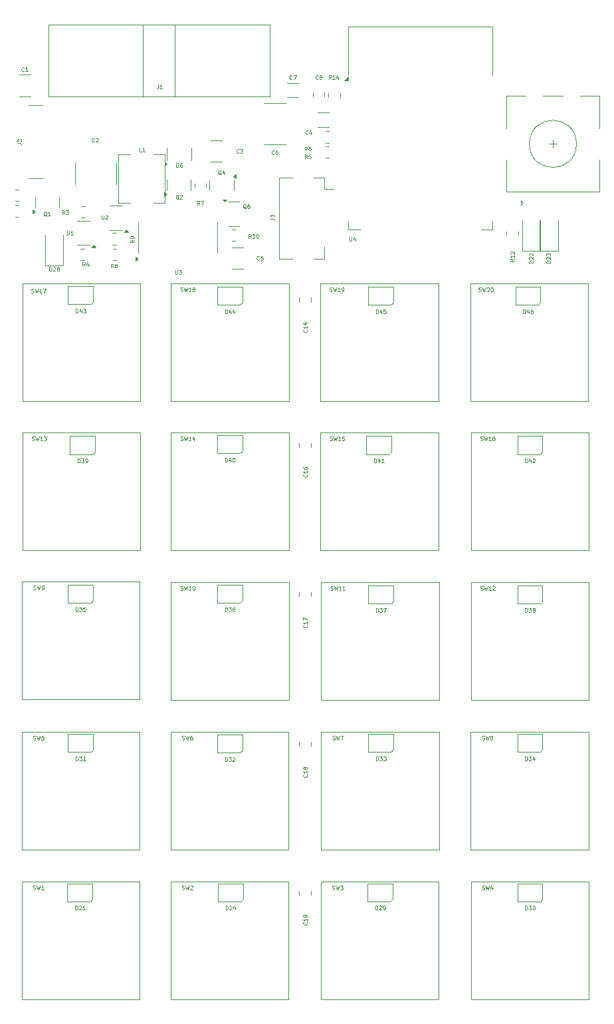
<source format=gbr>
%TF.GenerationSoftware,KiCad,Pcbnew,8.0.7-8.0.7-0~ubuntu22.04.1*%
%TF.CreationDate,2024-12-28T00:36:41+00:00*%
%TF.ProjectId,numcalcium,6e756d63-616c-4636-9975-6d2e6b696361,rev?*%
%TF.SameCoordinates,Original*%
%TF.FileFunction,Legend,Top*%
%TF.FilePolarity,Positive*%
%FSLAX46Y46*%
G04 Gerber Fmt 4.6, Leading zero omitted, Abs format (unit mm)*
G04 Created by KiCad (PCBNEW 8.0.7-8.0.7-0~ubuntu22.04.1) date 2024-12-28 00:36:41*
%MOMM*%
%LPD*%
G01*
G04 APERTURE LIST*
%ADD10C,0.125000*%
%ADD11C,0.100000*%
%ADD12C,0.120000*%
G04 APERTURE END LIST*
D10*
X8361047Y7361190D02*
X8361047Y6956428D01*
X8361047Y6956428D02*
X8384857Y6908809D01*
X8384857Y6908809D02*
X8408666Y6885000D01*
X8408666Y6885000D02*
X8456285Y6861190D01*
X8456285Y6861190D02*
X8551523Y6861190D01*
X8551523Y6861190D02*
X8599142Y6885000D01*
X8599142Y6885000D02*
X8622952Y6908809D01*
X8622952Y6908809D02*
X8646761Y6956428D01*
X8646761Y6956428D02*
X8646761Y7361190D01*
X9146762Y6861190D02*
X8861048Y6861190D01*
X9003905Y6861190D02*
X9003905Y7361190D01*
X9003905Y7361190D02*
X8956286Y7289761D01*
X8956286Y7289761D02*
X8908667Y7242142D01*
X8908667Y7242142D02*
X8861048Y7218333D01*
D11*
X4065334Y-76417300D02*
X4136762Y-76441109D01*
X4136762Y-76441109D02*
X4255810Y-76441109D01*
X4255810Y-76441109D02*
X4303429Y-76417300D01*
X4303429Y-76417300D02*
X4327238Y-76393490D01*
X4327238Y-76393490D02*
X4351048Y-76345871D01*
X4351048Y-76345871D02*
X4351048Y-76298252D01*
X4351048Y-76298252D02*
X4327238Y-76250633D01*
X4327238Y-76250633D02*
X4303429Y-76226823D01*
X4303429Y-76226823D02*
X4255810Y-76203014D01*
X4255810Y-76203014D02*
X4160572Y-76179204D01*
X4160572Y-76179204D02*
X4112953Y-76155395D01*
X4112953Y-76155395D02*
X4089143Y-76131585D01*
X4089143Y-76131585D02*
X4065334Y-76083966D01*
X4065334Y-76083966D02*
X4065334Y-76036347D01*
X4065334Y-76036347D02*
X4089143Y-75988728D01*
X4089143Y-75988728D02*
X4112953Y-75964919D01*
X4112953Y-75964919D02*
X4160572Y-75941109D01*
X4160572Y-75941109D02*
X4279619Y-75941109D01*
X4279619Y-75941109D02*
X4351048Y-75964919D01*
X4517714Y-75941109D02*
X4636762Y-76441109D01*
X4636762Y-76441109D02*
X4732000Y-76083966D01*
X4732000Y-76083966D02*
X4827238Y-76441109D01*
X4827238Y-76441109D02*
X4946286Y-75941109D01*
X5398667Y-76441109D02*
X5112953Y-76441109D01*
X5255810Y-76441109D02*
X5255810Y-75941109D01*
X5255810Y-75941109D02*
X5208191Y-76012538D01*
X5208191Y-76012538D02*
X5160572Y-76060157D01*
X5160572Y-76060157D02*
X5112953Y-76083966D01*
D10*
X66499857Y-3138809D02*
X66499857Y-2638809D01*
X66499857Y-2638809D02*
X66618905Y-2638809D01*
X66618905Y-2638809D02*
X66690333Y-2662619D01*
X66690333Y-2662619D02*
X66737952Y-2710238D01*
X66737952Y-2710238D02*
X66761762Y-2757857D01*
X66761762Y-2757857D02*
X66785571Y-2853095D01*
X66785571Y-2853095D02*
X66785571Y-2924523D01*
X66785571Y-2924523D02*
X66761762Y-3019761D01*
X66761762Y-3019761D02*
X66737952Y-3067380D01*
X66737952Y-3067380D02*
X66690333Y-3115000D01*
X66690333Y-3115000D02*
X66618905Y-3138809D01*
X66618905Y-3138809D02*
X66499857Y-3138809D01*
X67214143Y-2805476D02*
X67214143Y-3138809D01*
X67095095Y-2615000D02*
X66976048Y-2972142D01*
X66976048Y-2972142D02*
X67285571Y-2972142D01*
X67690333Y-2638809D02*
X67595095Y-2638809D01*
X67595095Y-2638809D02*
X67547476Y-2662619D01*
X67547476Y-2662619D02*
X67523666Y-2686428D01*
X67523666Y-2686428D02*
X67476047Y-2757857D01*
X67476047Y-2757857D02*
X67452238Y-2853095D01*
X67452238Y-2853095D02*
X67452238Y-3043571D01*
X67452238Y-3043571D02*
X67476047Y-3091190D01*
X67476047Y-3091190D02*
X67499857Y-3115000D01*
X67499857Y-3115000D02*
X67547476Y-3138809D01*
X67547476Y-3138809D02*
X67642714Y-3138809D01*
X67642714Y-3138809D02*
X67690333Y-3115000D01*
X67690333Y-3115000D02*
X67714142Y-3091190D01*
X67714142Y-3091190D02*
X67737952Y-3043571D01*
X67737952Y-3043571D02*
X67737952Y-2924523D01*
X67737952Y-2924523D02*
X67714142Y-2876904D01*
X67714142Y-2876904D02*
X67690333Y-2853095D01*
X67690333Y-2853095D02*
X67642714Y-2829285D01*
X67642714Y-2829285D02*
X67547476Y-2829285D01*
X67547476Y-2829285D02*
X67499857Y-2853095D01*
X67499857Y-2853095D02*
X67476047Y-2876904D01*
X67476047Y-2876904D02*
X67452238Y-2924523D01*
X31820571Y6461190D02*
X31653905Y6699285D01*
X31534857Y6461190D02*
X31534857Y6961190D01*
X31534857Y6961190D02*
X31725333Y6961190D01*
X31725333Y6961190D02*
X31772952Y6937380D01*
X31772952Y6937380D02*
X31796762Y6913571D01*
X31796762Y6913571D02*
X31820571Y6865952D01*
X31820571Y6865952D02*
X31820571Y6794523D01*
X31820571Y6794523D02*
X31796762Y6746904D01*
X31796762Y6746904D02*
X31772952Y6723095D01*
X31772952Y6723095D02*
X31725333Y6699285D01*
X31725333Y6699285D02*
X31534857Y6699285D01*
X32296762Y6461190D02*
X32011048Y6461190D01*
X32153905Y6461190D02*
X32153905Y6961190D01*
X32153905Y6961190D02*
X32106286Y6889761D01*
X32106286Y6889761D02*
X32058667Y6842142D01*
X32058667Y6842142D02*
X32011048Y6818333D01*
X32606285Y6961190D02*
X32653904Y6961190D01*
X32653904Y6961190D02*
X32701523Y6937380D01*
X32701523Y6937380D02*
X32725333Y6913571D01*
X32725333Y6913571D02*
X32749142Y6865952D01*
X32749142Y6865952D02*
X32772952Y6770714D01*
X32772952Y6770714D02*
X32772952Y6651666D01*
X32772952Y6651666D02*
X32749142Y6556428D01*
X32749142Y6556428D02*
X32725333Y6508809D01*
X32725333Y6508809D02*
X32701523Y6485000D01*
X32701523Y6485000D02*
X32653904Y6461190D01*
X32653904Y6461190D02*
X32606285Y6461190D01*
X32606285Y6461190D02*
X32558666Y6485000D01*
X32558666Y6485000D02*
X32534857Y6508809D01*
X32534857Y6508809D02*
X32511047Y6556428D01*
X32511047Y6556428D02*
X32487238Y6651666D01*
X32487238Y6651666D02*
X32487238Y6770714D01*
X32487238Y6770714D02*
X32511047Y6865952D01*
X32511047Y6865952D02*
X32534857Y6913571D01*
X32534857Y6913571D02*
X32558666Y6937380D01*
X32558666Y6937380D02*
X32606285Y6961190D01*
X66749857Y-22138809D02*
X66749857Y-21638809D01*
X66749857Y-21638809D02*
X66868905Y-21638809D01*
X66868905Y-21638809D02*
X66940333Y-21662619D01*
X66940333Y-21662619D02*
X66987952Y-21710238D01*
X66987952Y-21710238D02*
X67011762Y-21757857D01*
X67011762Y-21757857D02*
X67035571Y-21853095D01*
X67035571Y-21853095D02*
X67035571Y-21924523D01*
X67035571Y-21924523D02*
X67011762Y-22019761D01*
X67011762Y-22019761D02*
X66987952Y-22067380D01*
X66987952Y-22067380D02*
X66940333Y-22115000D01*
X66940333Y-22115000D02*
X66868905Y-22138809D01*
X66868905Y-22138809D02*
X66749857Y-22138809D01*
X67464143Y-21805476D02*
X67464143Y-22138809D01*
X67345095Y-21615000D02*
X67226048Y-21972142D01*
X67226048Y-21972142D02*
X67535571Y-21972142D01*
X67702238Y-21686428D02*
X67726047Y-21662619D01*
X67726047Y-21662619D02*
X67773666Y-21638809D01*
X67773666Y-21638809D02*
X67892714Y-21638809D01*
X67892714Y-21638809D02*
X67940333Y-21662619D01*
X67940333Y-21662619D02*
X67964142Y-21686428D01*
X67964142Y-21686428D02*
X67987952Y-21734047D01*
X67987952Y-21734047D02*
X67987952Y-21781666D01*
X67987952Y-21781666D02*
X67964142Y-21853095D01*
X67964142Y-21853095D02*
X67678428Y-22138809D01*
X67678428Y-22138809D02*
X67987952Y-22138809D01*
X47499857Y-22138809D02*
X47499857Y-21638809D01*
X47499857Y-21638809D02*
X47618905Y-21638809D01*
X47618905Y-21638809D02*
X47690333Y-21662619D01*
X47690333Y-21662619D02*
X47737952Y-21710238D01*
X47737952Y-21710238D02*
X47761762Y-21757857D01*
X47761762Y-21757857D02*
X47785571Y-21853095D01*
X47785571Y-21853095D02*
X47785571Y-21924523D01*
X47785571Y-21924523D02*
X47761762Y-22019761D01*
X47761762Y-22019761D02*
X47737952Y-22067380D01*
X47737952Y-22067380D02*
X47690333Y-22115000D01*
X47690333Y-22115000D02*
X47618905Y-22138809D01*
X47618905Y-22138809D02*
X47499857Y-22138809D01*
X48214143Y-21805476D02*
X48214143Y-22138809D01*
X48095095Y-21615000D02*
X47976048Y-21972142D01*
X47976048Y-21972142D02*
X48285571Y-21972142D01*
X48737952Y-22138809D02*
X48452238Y-22138809D01*
X48595095Y-22138809D02*
X48595095Y-21638809D01*
X48595095Y-21638809D02*
X48547476Y-21710238D01*
X48547476Y-21710238D02*
X48499857Y-21757857D01*
X48499857Y-21757857D02*
X48452238Y-21781666D01*
X22161047Y2361190D02*
X22161047Y1956428D01*
X22161047Y1956428D02*
X22184857Y1908809D01*
X22184857Y1908809D02*
X22208666Y1885000D01*
X22208666Y1885000D02*
X22256285Y1861190D01*
X22256285Y1861190D02*
X22351523Y1861190D01*
X22351523Y1861190D02*
X22399142Y1885000D01*
X22399142Y1885000D02*
X22422952Y1908809D01*
X22422952Y1908809D02*
X22446761Y1956428D01*
X22446761Y1956428D02*
X22446761Y2361190D01*
X22637238Y2361190D02*
X22946762Y2361190D01*
X22946762Y2361190D02*
X22780095Y2170714D01*
X22780095Y2170714D02*
X22851524Y2170714D01*
X22851524Y2170714D02*
X22899143Y2146904D01*
X22899143Y2146904D02*
X22922952Y2123095D01*
X22922952Y2123095D02*
X22946762Y2075476D01*
X22946762Y2075476D02*
X22946762Y1956428D01*
X22946762Y1956428D02*
X22922952Y1908809D01*
X22922952Y1908809D02*
X22899143Y1885000D01*
X22899143Y1885000D02*
X22851524Y1861190D01*
X22851524Y1861190D02*
X22708667Y1861190D01*
X22708667Y1861190D02*
X22661048Y1885000D01*
X22661048Y1885000D02*
X22637238Y1908809D01*
X66749857Y-60038809D02*
X66749857Y-59538809D01*
X66749857Y-59538809D02*
X66868905Y-59538809D01*
X66868905Y-59538809D02*
X66940333Y-59562619D01*
X66940333Y-59562619D02*
X66987952Y-59610238D01*
X66987952Y-59610238D02*
X67011762Y-59657857D01*
X67011762Y-59657857D02*
X67035571Y-59753095D01*
X67035571Y-59753095D02*
X67035571Y-59824523D01*
X67035571Y-59824523D02*
X67011762Y-59919761D01*
X67011762Y-59919761D02*
X66987952Y-59967380D01*
X66987952Y-59967380D02*
X66940333Y-60015000D01*
X66940333Y-60015000D02*
X66868905Y-60038809D01*
X66868905Y-60038809D02*
X66749857Y-60038809D01*
X67202238Y-59538809D02*
X67511762Y-59538809D01*
X67511762Y-59538809D02*
X67345095Y-59729285D01*
X67345095Y-59729285D02*
X67416524Y-59729285D01*
X67416524Y-59729285D02*
X67464143Y-59753095D01*
X67464143Y-59753095D02*
X67487952Y-59776904D01*
X67487952Y-59776904D02*
X67511762Y-59824523D01*
X67511762Y-59824523D02*
X67511762Y-59943571D01*
X67511762Y-59943571D02*
X67487952Y-59991190D01*
X67487952Y-59991190D02*
X67464143Y-60015000D01*
X67464143Y-60015000D02*
X67416524Y-60038809D01*
X67416524Y-60038809D02*
X67273667Y-60038809D01*
X67273667Y-60038809D02*
X67226048Y-60015000D01*
X67226048Y-60015000D02*
X67202238Y-59991190D01*
X67940333Y-59705476D02*
X67940333Y-60038809D01*
X67821285Y-59515000D02*
X67702238Y-59872142D01*
X67702238Y-59872142D02*
X68011761Y-59872142D01*
X34748266Y17151609D02*
X34724457Y17127800D01*
X34724457Y17127800D02*
X34653028Y17103990D01*
X34653028Y17103990D02*
X34605409Y17103990D01*
X34605409Y17103990D02*
X34533981Y17127800D01*
X34533981Y17127800D02*
X34486362Y17175419D01*
X34486362Y17175419D02*
X34462552Y17223038D01*
X34462552Y17223038D02*
X34438743Y17318276D01*
X34438743Y17318276D02*
X34438743Y17389704D01*
X34438743Y17389704D02*
X34462552Y17484942D01*
X34462552Y17484942D02*
X34486362Y17532561D01*
X34486362Y17532561D02*
X34533981Y17580180D01*
X34533981Y17580180D02*
X34605409Y17603990D01*
X34605409Y17603990D02*
X34653028Y17603990D01*
X34653028Y17603990D02*
X34724457Y17580180D01*
X34724457Y17580180D02*
X34748266Y17556371D01*
X35176838Y17603990D02*
X35081600Y17603990D01*
X35081600Y17603990D02*
X35033981Y17580180D01*
X35033981Y17580180D02*
X35010171Y17556371D01*
X35010171Y17556371D02*
X34962552Y17484942D01*
X34962552Y17484942D02*
X34938743Y17389704D01*
X34938743Y17389704D02*
X34938743Y17199228D01*
X34938743Y17199228D02*
X34962552Y17151609D01*
X34962552Y17151609D02*
X34986362Y17127800D01*
X34986362Y17127800D02*
X35033981Y17103990D01*
X35033981Y17103990D02*
X35129219Y17103990D01*
X35129219Y17103990D02*
X35176838Y17127800D01*
X35176838Y17127800D02*
X35200647Y17151609D01*
X35200647Y17151609D02*
X35224457Y17199228D01*
X35224457Y17199228D02*
X35224457Y17318276D01*
X35224457Y17318276D02*
X35200647Y17365895D01*
X35200647Y17365895D02*
X35176838Y17389704D01*
X35176838Y17389704D02*
X35129219Y17413514D01*
X35129219Y17413514D02*
X35033981Y17413514D01*
X35033981Y17413514D02*
X34986362Y17389704D01*
X34986362Y17389704D02*
X34962552Y17365895D01*
X34962552Y17365895D02*
X34938743Y17318276D01*
X38958666Y16561190D02*
X38792000Y16799285D01*
X38672952Y16561190D02*
X38672952Y17061190D01*
X38672952Y17061190D02*
X38863428Y17061190D01*
X38863428Y17061190D02*
X38911047Y17037380D01*
X38911047Y17037380D02*
X38934857Y17013571D01*
X38934857Y17013571D02*
X38958666Y16965952D01*
X38958666Y16965952D02*
X38958666Y16894523D01*
X38958666Y16894523D02*
X38934857Y16846904D01*
X38934857Y16846904D02*
X38911047Y16823095D01*
X38911047Y16823095D02*
X38863428Y16799285D01*
X38863428Y16799285D02*
X38672952Y16799285D01*
X39411047Y17061190D02*
X39172952Y17061190D01*
X39172952Y17061190D02*
X39149143Y16823095D01*
X39149143Y16823095D02*
X39172952Y16846904D01*
X39172952Y16846904D02*
X39220571Y16870714D01*
X39220571Y16870714D02*
X39339619Y16870714D01*
X39339619Y16870714D02*
X39387238Y16846904D01*
X39387238Y16846904D02*
X39411047Y16823095D01*
X39411047Y16823095D02*
X39434857Y16775476D01*
X39434857Y16775476D02*
X39434857Y16656428D01*
X39434857Y16656428D02*
X39411047Y16608809D01*
X39411047Y16608809D02*
X39387238Y16585000D01*
X39387238Y16585000D02*
X39339619Y16561190D01*
X39339619Y16561190D02*
X39220571Y16561190D01*
X39220571Y16561190D02*
X39172952Y16585000D01*
X39172952Y16585000D02*
X39149143Y16608809D01*
X38919190Y-61835428D02*
X38943000Y-61859237D01*
X38943000Y-61859237D02*
X38966809Y-61930666D01*
X38966809Y-61930666D02*
X38966809Y-61978285D01*
X38966809Y-61978285D02*
X38943000Y-62049713D01*
X38943000Y-62049713D02*
X38895380Y-62097332D01*
X38895380Y-62097332D02*
X38847761Y-62121142D01*
X38847761Y-62121142D02*
X38752523Y-62144951D01*
X38752523Y-62144951D02*
X38681095Y-62144951D01*
X38681095Y-62144951D02*
X38585857Y-62121142D01*
X38585857Y-62121142D02*
X38538238Y-62097332D01*
X38538238Y-62097332D02*
X38490619Y-62049713D01*
X38490619Y-62049713D02*
X38466809Y-61978285D01*
X38466809Y-61978285D02*
X38466809Y-61930666D01*
X38466809Y-61930666D02*
X38490619Y-61859237D01*
X38490619Y-61859237D02*
X38514428Y-61835428D01*
X38966809Y-61359237D02*
X38966809Y-61644951D01*
X38966809Y-61502094D02*
X38466809Y-61502094D01*
X38466809Y-61502094D02*
X38538238Y-61549713D01*
X38538238Y-61549713D02*
X38585857Y-61597332D01*
X38585857Y-61597332D02*
X38609666Y-61644951D01*
X38681095Y-61073523D02*
X38657285Y-61121142D01*
X38657285Y-61121142D02*
X38633476Y-61144952D01*
X38633476Y-61144952D02*
X38585857Y-61168761D01*
X38585857Y-61168761D02*
X38562047Y-61168761D01*
X38562047Y-61168761D02*
X38514428Y-61144952D01*
X38514428Y-61144952D02*
X38490619Y-61121142D01*
X38490619Y-61121142D02*
X38466809Y-61073523D01*
X38466809Y-61073523D02*
X38466809Y-60978285D01*
X38466809Y-60978285D02*
X38490619Y-60930666D01*
X38490619Y-60930666D02*
X38514428Y-60906857D01*
X38514428Y-60906857D02*
X38562047Y-60883047D01*
X38562047Y-60883047D02*
X38585857Y-60883047D01*
X38585857Y-60883047D02*
X38633476Y-60906857D01*
X38633476Y-60906857D02*
X38657285Y-60930666D01*
X38657285Y-60930666D02*
X38681095Y-60978285D01*
X38681095Y-60978285D02*
X38681095Y-61073523D01*
X38681095Y-61073523D02*
X38704904Y-61121142D01*
X38704904Y-61121142D02*
X38728714Y-61144952D01*
X38728714Y-61144952D02*
X38776333Y-61168761D01*
X38776333Y-61168761D02*
X38871571Y-61168761D01*
X38871571Y-61168761D02*
X38919190Y-61144952D01*
X38919190Y-61144952D02*
X38943000Y-61121142D01*
X38943000Y-61121142D02*
X38966809Y-61073523D01*
X38966809Y-61073523D02*
X38966809Y-60978285D01*
X38966809Y-60978285D02*
X38943000Y-60930666D01*
X38943000Y-60930666D02*
X38919190Y-60906857D01*
X38919190Y-60906857D02*
X38871571Y-60883047D01*
X38871571Y-60883047D02*
X38776333Y-60883047D01*
X38776333Y-60883047D02*
X38728714Y-60906857D01*
X38728714Y-60906857D02*
X38704904Y-60930666D01*
X38704904Y-60930666D02*
X38681095Y-60978285D01*
X40339586Y26708809D02*
X40315777Y26685000D01*
X40315777Y26685000D02*
X40244348Y26661190D01*
X40244348Y26661190D02*
X40196729Y26661190D01*
X40196729Y26661190D02*
X40125301Y26685000D01*
X40125301Y26685000D02*
X40077682Y26732619D01*
X40077682Y26732619D02*
X40053872Y26780238D01*
X40053872Y26780238D02*
X40030063Y26875476D01*
X40030063Y26875476D02*
X40030063Y26946904D01*
X40030063Y26946904D02*
X40053872Y27042142D01*
X40053872Y27042142D02*
X40077682Y27089761D01*
X40077682Y27089761D02*
X40125301Y27137380D01*
X40125301Y27137380D02*
X40196729Y27161190D01*
X40196729Y27161190D02*
X40244348Y27161190D01*
X40244348Y27161190D02*
X40315777Y27137380D01*
X40315777Y27137380D02*
X40339586Y27113571D01*
X40625301Y26946904D02*
X40577682Y26970714D01*
X40577682Y26970714D02*
X40553872Y26994523D01*
X40553872Y26994523D02*
X40530063Y27042142D01*
X40530063Y27042142D02*
X40530063Y27065952D01*
X40530063Y27065952D02*
X40553872Y27113571D01*
X40553872Y27113571D02*
X40577682Y27137380D01*
X40577682Y27137380D02*
X40625301Y27161190D01*
X40625301Y27161190D02*
X40720539Y27161190D01*
X40720539Y27161190D02*
X40768158Y27137380D01*
X40768158Y27137380D02*
X40791967Y27113571D01*
X40791967Y27113571D02*
X40815777Y27065952D01*
X40815777Y27065952D02*
X40815777Y27042142D01*
X40815777Y27042142D02*
X40791967Y26994523D01*
X40791967Y26994523D02*
X40768158Y26970714D01*
X40768158Y26970714D02*
X40720539Y26946904D01*
X40720539Y26946904D02*
X40625301Y26946904D01*
X40625301Y26946904D02*
X40577682Y26923095D01*
X40577682Y26923095D02*
X40553872Y26899285D01*
X40553872Y26899285D02*
X40530063Y26851666D01*
X40530063Y26851666D02*
X40530063Y26756428D01*
X40530063Y26756428D02*
X40553872Y26708809D01*
X40553872Y26708809D02*
X40577682Y26685000D01*
X40577682Y26685000D02*
X40625301Y26661190D01*
X40625301Y26661190D02*
X40720539Y26661190D01*
X40720539Y26661190D02*
X40768158Y26685000D01*
X40768158Y26685000D02*
X40791967Y26708809D01*
X40791967Y26708809D02*
X40815777Y26756428D01*
X40815777Y26756428D02*
X40815777Y26851666D01*
X40815777Y26851666D02*
X40791967Y26899285D01*
X40791967Y26899285D02*
X40768158Y26923095D01*
X40768158Y26923095D02*
X40720539Y26946904D01*
X2059598Y18519453D02*
X2416741Y18519453D01*
X2416741Y18519453D02*
X2488169Y18495644D01*
X2488169Y18495644D02*
X2535789Y18448025D01*
X2535789Y18448025D02*
X2559598Y18376596D01*
X2559598Y18376596D02*
X2559598Y18328977D01*
X2107217Y18733739D02*
X2083408Y18757548D01*
X2083408Y18757548D02*
X2059598Y18805167D01*
X2059598Y18805167D02*
X2059598Y18924215D01*
X2059598Y18924215D02*
X2083408Y18971834D01*
X2083408Y18971834D02*
X2107217Y18995643D01*
X2107217Y18995643D02*
X2154836Y19019453D01*
X2154836Y19019453D02*
X2202455Y19019453D01*
X2202455Y19019453D02*
X2273884Y18995643D01*
X2273884Y18995643D02*
X2559598Y18709929D01*
X2559598Y18709929D02*
X2559598Y19019453D01*
X5794380Y9213571D02*
X5746761Y9237380D01*
X5746761Y9237380D02*
X5699142Y9285000D01*
X5699142Y9285000D02*
X5627714Y9356428D01*
X5627714Y9356428D02*
X5580095Y9380238D01*
X5580095Y9380238D02*
X5532476Y9380238D01*
X5556285Y9261190D02*
X5508666Y9285000D01*
X5508666Y9285000D02*
X5461047Y9332619D01*
X5461047Y9332619D02*
X5437238Y9427857D01*
X5437238Y9427857D02*
X5437238Y9594523D01*
X5437238Y9594523D02*
X5461047Y9689761D01*
X5461047Y9689761D02*
X5508666Y9737380D01*
X5508666Y9737380D02*
X5556285Y9761190D01*
X5556285Y9761190D02*
X5651523Y9761190D01*
X5651523Y9761190D02*
X5699142Y9737380D01*
X5699142Y9737380D02*
X5746761Y9689761D01*
X5746761Y9689761D02*
X5770571Y9594523D01*
X5770571Y9594523D02*
X5770571Y9427857D01*
X5770571Y9427857D02*
X5746761Y9332619D01*
X5746761Y9332619D02*
X5699142Y9285000D01*
X5699142Y9285000D02*
X5651523Y9261190D01*
X5651523Y9261190D02*
X5556285Y9261190D01*
X6246762Y9261190D02*
X5961048Y9261190D01*
X6103905Y9261190D02*
X6103905Y9761190D01*
X6103905Y9761190D02*
X6056286Y9689761D01*
X6056286Y9689761D02*
X6008667Y9642142D01*
X6008667Y9642142D02*
X5961048Y9618333D01*
D11*
X61269334Y-76417300D02*
X61340762Y-76441109D01*
X61340762Y-76441109D02*
X61459810Y-76441109D01*
X61459810Y-76441109D02*
X61507429Y-76417300D01*
X61507429Y-76417300D02*
X61531238Y-76393490D01*
X61531238Y-76393490D02*
X61555048Y-76345871D01*
X61555048Y-76345871D02*
X61555048Y-76298252D01*
X61555048Y-76298252D02*
X61531238Y-76250633D01*
X61531238Y-76250633D02*
X61507429Y-76226823D01*
X61507429Y-76226823D02*
X61459810Y-76203014D01*
X61459810Y-76203014D02*
X61364572Y-76179204D01*
X61364572Y-76179204D02*
X61316953Y-76155395D01*
X61316953Y-76155395D02*
X61293143Y-76131585D01*
X61293143Y-76131585D02*
X61269334Y-76083966D01*
X61269334Y-76083966D02*
X61269334Y-76036347D01*
X61269334Y-76036347D02*
X61293143Y-75988728D01*
X61293143Y-75988728D02*
X61316953Y-75964919D01*
X61316953Y-75964919D02*
X61364572Y-75941109D01*
X61364572Y-75941109D02*
X61483619Y-75941109D01*
X61483619Y-75941109D02*
X61555048Y-75964919D01*
X61721714Y-75941109D02*
X61840762Y-76441109D01*
X61840762Y-76441109D02*
X61936000Y-76083966D01*
X61936000Y-76083966D02*
X62031238Y-76441109D01*
X62031238Y-76441109D02*
X62150286Y-75941109D01*
X62555048Y-76107776D02*
X62555048Y-76441109D01*
X62436000Y-75917300D02*
X62316953Y-76274442D01*
X62316953Y-76274442D02*
X62626476Y-76274442D01*
D10*
X22261047Y15961190D02*
X22261047Y15556428D01*
X22261047Y15556428D02*
X22284857Y15508809D01*
X22284857Y15508809D02*
X22308666Y15485000D01*
X22308666Y15485000D02*
X22356285Y15461190D01*
X22356285Y15461190D02*
X22451523Y15461190D01*
X22451523Y15461190D02*
X22499142Y15485000D01*
X22499142Y15485000D02*
X22522952Y15508809D01*
X22522952Y15508809D02*
X22546761Y15556428D01*
X22546761Y15556428D02*
X22546761Y15961190D01*
X22999143Y15961190D02*
X22903905Y15961190D01*
X22903905Y15961190D02*
X22856286Y15937380D01*
X22856286Y15937380D02*
X22832476Y15913571D01*
X22832476Y15913571D02*
X22784857Y15842142D01*
X22784857Y15842142D02*
X22761048Y15746904D01*
X22761048Y15746904D02*
X22761048Y15556428D01*
X22761048Y15556428D02*
X22784857Y15508809D01*
X22784857Y15508809D02*
X22808667Y15485000D01*
X22808667Y15485000D02*
X22856286Y15461190D01*
X22856286Y15461190D02*
X22951524Y15461190D01*
X22951524Y15461190D02*
X22999143Y15485000D01*
X22999143Y15485000D02*
X23022952Y15508809D01*
X23022952Y15508809D02*
X23046762Y15556428D01*
X23046762Y15556428D02*
X23046762Y15675476D01*
X23046762Y15675476D02*
X23022952Y15723095D01*
X23022952Y15723095D02*
X22999143Y15746904D01*
X22999143Y15746904D02*
X22951524Y15770714D01*
X22951524Y15770714D02*
X22856286Y15770714D01*
X22856286Y15770714D02*
X22808667Y15746904D01*
X22808667Y15746904D02*
X22784857Y15723095D01*
X22784857Y15723095D02*
X22761048Y15675476D01*
X69966809Y3278857D02*
X69466809Y3278857D01*
X69466809Y3278857D02*
X69466809Y3397905D01*
X69466809Y3397905D02*
X69490619Y3469333D01*
X69490619Y3469333D02*
X69538238Y3516952D01*
X69538238Y3516952D02*
X69585857Y3540762D01*
X69585857Y3540762D02*
X69681095Y3564571D01*
X69681095Y3564571D02*
X69752523Y3564571D01*
X69752523Y3564571D02*
X69847761Y3540762D01*
X69847761Y3540762D02*
X69895380Y3516952D01*
X69895380Y3516952D02*
X69943000Y3469333D01*
X69943000Y3469333D02*
X69966809Y3397905D01*
X69966809Y3397905D02*
X69966809Y3278857D01*
X69514428Y3755048D02*
X69490619Y3778857D01*
X69490619Y3778857D02*
X69466809Y3826476D01*
X69466809Y3826476D02*
X69466809Y3945524D01*
X69466809Y3945524D02*
X69490619Y3993143D01*
X69490619Y3993143D02*
X69514428Y4016952D01*
X69514428Y4016952D02*
X69562047Y4040762D01*
X69562047Y4040762D02*
X69609666Y4040762D01*
X69609666Y4040762D02*
X69681095Y4016952D01*
X69681095Y4016952D02*
X69966809Y3731238D01*
X69966809Y3731238D02*
X69966809Y4040762D01*
X69466809Y4207428D02*
X69466809Y4516952D01*
X69466809Y4516952D02*
X69657285Y4350285D01*
X69657285Y4350285D02*
X69657285Y4421714D01*
X69657285Y4421714D02*
X69681095Y4469333D01*
X69681095Y4469333D02*
X69704904Y4493142D01*
X69704904Y4493142D02*
X69752523Y4516952D01*
X69752523Y4516952D02*
X69871571Y4516952D01*
X69871571Y4516952D02*
X69919190Y4493142D01*
X69919190Y4493142D02*
X69943000Y4469333D01*
X69943000Y4469333D02*
X69966809Y4421714D01*
X69966809Y4421714D02*
X69966809Y4278857D01*
X69966809Y4278857D02*
X69943000Y4231238D01*
X69943000Y4231238D02*
X69919190Y4207428D01*
X6134857Y2261190D02*
X6134857Y2761190D01*
X6134857Y2761190D02*
X6253905Y2761190D01*
X6253905Y2761190D02*
X6325333Y2737380D01*
X6325333Y2737380D02*
X6372952Y2689761D01*
X6372952Y2689761D02*
X6396762Y2642142D01*
X6396762Y2642142D02*
X6420571Y2546904D01*
X6420571Y2546904D02*
X6420571Y2475476D01*
X6420571Y2475476D02*
X6396762Y2380238D01*
X6396762Y2380238D02*
X6372952Y2332619D01*
X6372952Y2332619D02*
X6325333Y2285000D01*
X6325333Y2285000D02*
X6253905Y2261190D01*
X6253905Y2261190D02*
X6134857Y2261190D01*
X6611048Y2713571D02*
X6634857Y2737380D01*
X6634857Y2737380D02*
X6682476Y2761190D01*
X6682476Y2761190D02*
X6801524Y2761190D01*
X6801524Y2761190D02*
X6849143Y2737380D01*
X6849143Y2737380D02*
X6872952Y2713571D01*
X6872952Y2713571D02*
X6896762Y2665952D01*
X6896762Y2665952D02*
X6896762Y2618333D01*
X6896762Y2618333D02*
X6872952Y2546904D01*
X6872952Y2546904D02*
X6587238Y2261190D01*
X6587238Y2261190D02*
X6896762Y2261190D01*
X7182476Y2546904D02*
X7134857Y2570714D01*
X7134857Y2570714D02*
X7111047Y2594523D01*
X7111047Y2594523D02*
X7087238Y2642142D01*
X7087238Y2642142D02*
X7087238Y2665952D01*
X7087238Y2665952D02*
X7111047Y2713571D01*
X7111047Y2713571D02*
X7134857Y2737380D01*
X7134857Y2737380D02*
X7182476Y2761190D01*
X7182476Y2761190D02*
X7277714Y2761190D01*
X7277714Y2761190D02*
X7325333Y2737380D01*
X7325333Y2737380D02*
X7349142Y2713571D01*
X7349142Y2713571D02*
X7372952Y2665952D01*
X7372952Y2665952D02*
X7372952Y2642142D01*
X7372952Y2642142D02*
X7349142Y2594523D01*
X7349142Y2594523D02*
X7325333Y2570714D01*
X7325333Y2570714D02*
X7277714Y2546904D01*
X7277714Y2546904D02*
X7182476Y2546904D01*
X7182476Y2546904D02*
X7134857Y2523095D01*
X7134857Y2523095D02*
X7111047Y2499285D01*
X7111047Y2499285D02*
X7087238Y2451666D01*
X7087238Y2451666D02*
X7087238Y2356428D01*
X7087238Y2356428D02*
X7111047Y2308809D01*
X7111047Y2308809D02*
X7134857Y2285000D01*
X7134857Y2285000D02*
X7182476Y2261190D01*
X7182476Y2261190D02*
X7277714Y2261190D01*
X7277714Y2261190D02*
X7325333Y2285000D01*
X7325333Y2285000D02*
X7349142Y2308809D01*
X7349142Y2308809D02*
X7372952Y2356428D01*
X7372952Y2356428D02*
X7372952Y2451666D01*
X7372952Y2451666D02*
X7349142Y2499285D01*
X7349142Y2499285D02*
X7325333Y2523095D01*
X7325333Y2523095D02*
X7277714Y2546904D01*
D11*
X3914239Y-19267300D02*
X3985667Y-19291109D01*
X3985667Y-19291109D02*
X4104715Y-19291109D01*
X4104715Y-19291109D02*
X4152334Y-19267300D01*
X4152334Y-19267300D02*
X4176143Y-19243490D01*
X4176143Y-19243490D02*
X4199953Y-19195871D01*
X4199953Y-19195871D02*
X4199953Y-19148252D01*
X4199953Y-19148252D02*
X4176143Y-19100633D01*
X4176143Y-19100633D02*
X4152334Y-19076823D01*
X4152334Y-19076823D02*
X4104715Y-19053014D01*
X4104715Y-19053014D02*
X4009477Y-19029204D01*
X4009477Y-19029204D02*
X3961858Y-19005395D01*
X3961858Y-19005395D02*
X3938048Y-18981585D01*
X3938048Y-18981585D02*
X3914239Y-18933966D01*
X3914239Y-18933966D02*
X3914239Y-18886347D01*
X3914239Y-18886347D02*
X3938048Y-18838728D01*
X3938048Y-18838728D02*
X3961858Y-18814919D01*
X3961858Y-18814919D02*
X4009477Y-18791109D01*
X4009477Y-18791109D02*
X4128524Y-18791109D01*
X4128524Y-18791109D02*
X4199953Y-18814919D01*
X4366619Y-18791109D02*
X4485667Y-19291109D01*
X4485667Y-19291109D02*
X4580905Y-18933966D01*
X4580905Y-18933966D02*
X4676143Y-19291109D01*
X4676143Y-19291109D02*
X4795191Y-18791109D01*
X5247572Y-19291109D02*
X4961858Y-19291109D01*
X5104715Y-19291109D02*
X5104715Y-18791109D01*
X5104715Y-18791109D02*
X5057096Y-18862538D01*
X5057096Y-18862538D02*
X5009477Y-18910157D01*
X5009477Y-18910157D02*
X4961858Y-18933966D01*
X5414238Y-18791109D02*
X5723762Y-18791109D01*
X5723762Y-18791109D02*
X5557095Y-18981585D01*
X5557095Y-18981585D02*
X5628524Y-18981585D01*
X5628524Y-18981585D02*
X5676143Y-19005395D01*
X5676143Y-19005395D02*
X5699952Y-19029204D01*
X5699952Y-19029204D02*
X5723762Y-19076823D01*
X5723762Y-19076823D02*
X5723762Y-19195871D01*
X5723762Y-19195871D02*
X5699952Y-19243490D01*
X5699952Y-19243490D02*
X5676143Y-19267300D01*
X5676143Y-19267300D02*
X5628524Y-19291109D01*
X5628524Y-19291109D02*
X5485667Y-19291109D01*
X5485667Y-19291109D02*
X5438048Y-19267300D01*
X5438048Y-19267300D02*
X5414238Y-19243490D01*
X60837239Y-316300D02*
X60908667Y-340109D01*
X60908667Y-340109D02*
X61027715Y-340109D01*
X61027715Y-340109D02*
X61075334Y-316300D01*
X61075334Y-316300D02*
X61099143Y-292490D01*
X61099143Y-292490D02*
X61122953Y-244871D01*
X61122953Y-244871D02*
X61122953Y-197252D01*
X61122953Y-197252D02*
X61099143Y-149633D01*
X61099143Y-149633D02*
X61075334Y-125823D01*
X61075334Y-125823D02*
X61027715Y-102014D01*
X61027715Y-102014D02*
X60932477Y-78204D01*
X60932477Y-78204D02*
X60884858Y-54395D01*
X60884858Y-54395D02*
X60861048Y-30585D01*
X60861048Y-30585D02*
X60837239Y17033D01*
X60837239Y17033D02*
X60837239Y64652D01*
X60837239Y64652D02*
X60861048Y112271D01*
X60861048Y112271D02*
X60884858Y136080D01*
X60884858Y136080D02*
X60932477Y159890D01*
X60932477Y159890D02*
X61051524Y159890D01*
X61051524Y159890D02*
X61122953Y136080D01*
X61289619Y159890D02*
X61408667Y-340109D01*
X61408667Y-340109D02*
X61503905Y17033D01*
X61503905Y17033D02*
X61599143Y-340109D01*
X61599143Y-340109D02*
X61718191Y159890D01*
X61884858Y112271D02*
X61908667Y136080D01*
X61908667Y136080D02*
X61956286Y159890D01*
X61956286Y159890D02*
X62075334Y159890D01*
X62075334Y159890D02*
X62122953Y136080D01*
X62122953Y136080D02*
X62146762Y112271D01*
X62146762Y112271D02*
X62170572Y64652D01*
X62170572Y64652D02*
X62170572Y17033D01*
X62170572Y17033D02*
X62146762Y-54395D01*
X62146762Y-54395D02*
X61861048Y-340109D01*
X61861048Y-340109D02*
X62170572Y-340109D01*
X62480095Y159890D02*
X62527714Y159890D01*
X62527714Y159890D02*
X62575333Y136080D01*
X62575333Y136080D02*
X62599143Y112271D01*
X62599143Y112271D02*
X62622952Y64652D01*
X62622952Y64652D02*
X62646762Y-30585D01*
X62646762Y-30585D02*
X62646762Y-149633D01*
X62646762Y-149633D02*
X62622952Y-244871D01*
X62622952Y-244871D02*
X62599143Y-292490D01*
X62599143Y-292490D02*
X62575333Y-316300D01*
X62575333Y-316300D02*
X62527714Y-340109D01*
X62527714Y-340109D02*
X62480095Y-340109D01*
X62480095Y-340109D02*
X62432476Y-316300D01*
X62432476Y-316300D02*
X62408667Y-292490D01*
X62408667Y-292490D02*
X62384857Y-244871D01*
X62384857Y-244871D02*
X62361048Y-149633D01*
X62361048Y-149633D02*
X62361048Y-30585D01*
X62361048Y-30585D02*
X62384857Y64652D01*
X62384857Y64652D02*
X62408667Y112271D01*
X62408667Y112271D02*
X62432476Y136080D01*
X62432476Y136080D02*
X62480095Y159890D01*
X42165334Y-76417300D02*
X42236762Y-76441109D01*
X42236762Y-76441109D02*
X42355810Y-76441109D01*
X42355810Y-76441109D02*
X42403429Y-76417300D01*
X42403429Y-76417300D02*
X42427238Y-76393490D01*
X42427238Y-76393490D02*
X42451048Y-76345871D01*
X42451048Y-76345871D02*
X42451048Y-76298252D01*
X42451048Y-76298252D02*
X42427238Y-76250633D01*
X42427238Y-76250633D02*
X42403429Y-76226823D01*
X42403429Y-76226823D02*
X42355810Y-76203014D01*
X42355810Y-76203014D02*
X42260572Y-76179204D01*
X42260572Y-76179204D02*
X42212953Y-76155395D01*
X42212953Y-76155395D02*
X42189143Y-76131585D01*
X42189143Y-76131585D02*
X42165334Y-76083966D01*
X42165334Y-76083966D02*
X42165334Y-76036347D01*
X42165334Y-76036347D02*
X42189143Y-75988728D01*
X42189143Y-75988728D02*
X42212953Y-75964919D01*
X42212953Y-75964919D02*
X42260572Y-75941109D01*
X42260572Y-75941109D02*
X42379619Y-75941109D01*
X42379619Y-75941109D02*
X42451048Y-75964919D01*
X42617714Y-75941109D02*
X42736762Y-76441109D01*
X42736762Y-76441109D02*
X42832000Y-76083966D01*
X42832000Y-76083966D02*
X42927238Y-76441109D01*
X42927238Y-76441109D02*
X43046286Y-75941109D01*
X43189143Y-75941109D02*
X43498667Y-75941109D01*
X43498667Y-75941109D02*
X43332000Y-76131585D01*
X43332000Y-76131585D02*
X43403429Y-76131585D01*
X43403429Y-76131585D02*
X43451048Y-76155395D01*
X43451048Y-76155395D02*
X43474857Y-76179204D01*
X43474857Y-76179204D02*
X43498667Y-76226823D01*
X43498667Y-76226823D02*
X43498667Y-76345871D01*
X43498667Y-76345871D02*
X43474857Y-76393490D01*
X43474857Y-76393490D02*
X43451048Y-76417300D01*
X43451048Y-76417300D02*
X43403429Y-76441109D01*
X43403429Y-76441109D02*
X43260572Y-76441109D01*
X43260572Y-76441109D02*
X43212953Y-76417300D01*
X43212953Y-76417300D02*
X43189143Y-76393490D01*
D10*
X37058666Y26708809D02*
X37034857Y26685000D01*
X37034857Y26685000D02*
X36963428Y26661190D01*
X36963428Y26661190D02*
X36915809Y26661190D01*
X36915809Y26661190D02*
X36844381Y26685000D01*
X36844381Y26685000D02*
X36796762Y26732619D01*
X36796762Y26732619D02*
X36772952Y26780238D01*
X36772952Y26780238D02*
X36749143Y26875476D01*
X36749143Y26875476D02*
X36749143Y26946904D01*
X36749143Y26946904D02*
X36772952Y27042142D01*
X36772952Y27042142D02*
X36796762Y27089761D01*
X36796762Y27089761D02*
X36844381Y27137380D01*
X36844381Y27137380D02*
X36915809Y27161190D01*
X36915809Y27161190D02*
X36963428Y27161190D01*
X36963428Y27161190D02*
X37034857Y27137380D01*
X37034857Y27137380D02*
X37058666Y27113571D01*
X37225333Y27161190D02*
X37558666Y27161190D01*
X37558666Y27161190D02*
X37344381Y26661190D01*
D11*
X41837239Y-316300D02*
X41908667Y-340109D01*
X41908667Y-340109D02*
X42027715Y-340109D01*
X42027715Y-340109D02*
X42075334Y-316300D01*
X42075334Y-316300D02*
X42099143Y-292490D01*
X42099143Y-292490D02*
X42122953Y-244871D01*
X42122953Y-244871D02*
X42122953Y-197252D01*
X42122953Y-197252D02*
X42099143Y-149633D01*
X42099143Y-149633D02*
X42075334Y-125823D01*
X42075334Y-125823D02*
X42027715Y-102014D01*
X42027715Y-102014D02*
X41932477Y-78204D01*
X41932477Y-78204D02*
X41884858Y-54395D01*
X41884858Y-54395D02*
X41861048Y-30585D01*
X41861048Y-30585D02*
X41837239Y17033D01*
X41837239Y17033D02*
X41837239Y64652D01*
X41837239Y64652D02*
X41861048Y112271D01*
X41861048Y112271D02*
X41884858Y136080D01*
X41884858Y136080D02*
X41932477Y159890D01*
X41932477Y159890D02*
X42051524Y159890D01*
X42051524Y159890D02*
X42122953Y136080D01*
X42289619Y159890D02*
X42408667Y-340109D01*
X42408667Y-340109D02*
X42503905Y17033D01*
X42503905Y17033D02*
X42599143Y-340109D01*
X42599143Y-340109D02*
X42718191Y159890D01*
X43170572Y-340109D02*
X42884858Y-340109D01*
X43027715Y-340109D02*
X43027715Y159890D01*
X43027715Y159890D02*
X42980096Y88461D01*
X42980096Y88461D02*
X42932477Y40842D01*
X42932477Y40842D02*
X42884858Y17033D01*
X43408667Y-340109D02*
X43503905Y-340109D01*
X43503905Y-340109D02*
X43551524Y-316300D01*
X43551524Y-316300D02*
X43575333Y-292490D01*
X43575333Y-292490D02*
X43622952Y-221061D01*
X43622952Y-221061D02*
X43646762Y-125823D01*
X43646762Y-125823D02*
X43646762Y64652D01*
X43646762Y64652D02*
X43622952Y112271D01*
X43622952Y112271D02*
X43599143Y136080D01*
X43599143Y136080D02*
X43551524Y159890D01*
X43551524Y159890D02*
X43456286Y159890D01*
X43456286Y159890D02*
X43408667Y136080D01*
X43408667Y136080D02*
X43384857Y112271D01*
X43384857Y112271D02*
X43361048Y64652D01*
X43361048Y64652D02*
X43361048Y-54395D01*
X43361048Y-54395D02*
X43384857Y-102014D01*
X43384857Y-102014D02*
X43408667Y-125823D01*
X43408667Y-125823D02*
X43456286Y-149633D01*
X43456286Y-149633D02*
X43551524Y-149633D01*
X43551524Y-149633D02*
X43599143Y-125823D01*
X43599143Y-125823D02*
X43622952Y-102014D01*
X43622952Y-102014D02*
X43646762Y-54395D01*
D10*
X17858666Y17461190D02*
X17620571Y17461190D01*
X17620571Y17461190D02*
X17620571Y17961190D01*
X18287238Y17461190D02*
X18001524Y17461190D01*
X18144381Y17461190D02*
X18144381Y17961190D01*
X18144381Y17961190D02*
X18096762Y17889761D01*
X18096762Y17889761D02*
X18049143Y17842142D01*
X18049143Y17842142D02*
X18001524Y17818333D01*
X44361047Y6561190D02*
X44361047Y6156428D01*
X44361047Y6156428D02*
X44384857Y6108809D01*
X44384857Y6108809D02*
X44408666Y6085000D01*
X44408666Y6085000D02*
X44456285Y6061190D01*
X44456285Y6061190D02*
X44551523Y6061190D01*
X44551523Y6061190D02*
X44599142Y6085000D01*
X44599142Y6085000D02*
X44622952Y6108809D01*
X44622952Y6108809D02*
X44646761Y6156428D01*
X44646761Y6156428D02*
X44646761Y6561190D01*
X45099143Y6394523D02*
X45099143Y6061190D01*
X44980095Y6585000D02*
X44861048Y6227857D01*
X44861048Y6227857D02*
X45170571Y6227857D01*
D11*
X61257334Y-57366300D02*
X61328762Y-57390109D01*
X61328762Y-57390109D02*
X61447810Y-57390109D01*
X61447810Y-57390109D02*
X61495429Y-57366300D01*
X61495429Y-57366300D02*
X61519238Y-57342490D01*
X61519238Y-57342490D02*
X61543048Y-57294871D01*
X61543048Y-57294871D02*
X61543048Y-57247252D01*
X61543048Y-57247252D02*
X61519238Y-57199633D01*
X61519238Y-57199633D02*
X61495429Y-57175823D01*
X61495429Y-57175823D02*
X61447810Y-57152014D01*
X61447810Y-57152014D02*
X61352572Y-57128204D01*
X61352572Y-57128204D02*
X61304953Y-57104395D01*
X61304953Y-57104395D02*
X61281143Y-57080585D01*
X61281143Y-57080585D02*
X61257334Y-57032966D01*
X61257334Y-57032966D02*
X61257334Y-56985347D01*
X61257334Y-56985347D02*
X61281143Y-56937728D01*
X61281143Y-56937728D02*
X61304953Y-56913919D01*
X61304953Y-56913919D02*
X61352572Y-56890109D01*
X61352572Y-56890109D02*
X61471619Y-56890109D01*
X61471619Y-56890109D02*
X61543048Y-56913919D01*
X61709714Y-56890109D02*
X61828762Y-57390109D01*
X61828762Y-57390109D02*
X61924000Y-57032966D01*
X61924000Y-57032966D02*
X62019238Y-57390109D01*
X62019238Y-57390109D02*
X62138286Y-56890109D01*
X62400191Y-57104395D02*
X62352572Y-57080585D01*
X62352572Y-57080585D02*
X62328762Y-57056776D01*
X62328762Y-57056776D02*
X62304953Y-57009157D01*
X62304953Y-57009157D02*
X62304953Y-56985347D01*
X62304953Y-56985347D02*
X62328762Y-56937728D01*
X62328762Y-56937728D02*
X62352572Y-56913919D01*
X62352572Y-56913919D02*
X62400191Y-56890109D01*
X62400191Y-56890109D02*
X62495429Y-56890109D01*
X62495429Y-56890109D02*
X62543048Y-56913919D01*
X62543048Y-56913919D02*
X62566857Y-56937728D01*
X62566857Y-56937728D02*
X62590667Y-56985347D01*
X62590667Y-56985347D02*
X62590667Y-57009157D01*
X62590667Y-57009157D02*
X62566857Y-57056776D01*
X62566857Y-57056776D02*
X62543048Y-57080585D01*
X62543048Y-57080585D02*
X62495429Y-57104395D01*
X62495429Y-57104395D02*
X62400191Y-57104395D01*
X62400191Y-57104395D02*
X62352572Y-57128204D01*
X62352572Y-57128204D02*
X62328762Y-57152014D01*
X62328762Y-57152014D02*
X62304953Y-57199633D01*
X62304953Y-57199633D02*
X62304953Y-57294871D01*
X62304953Y-57294871D02*
X62328762Y-57342490D01*
X62328762Y-57342490D02*
X62352572Y-57366300D01*
X62352572Y-57366300D02*
X62400191Y-57390109D01*
X62400191Y-57390109D02*
X62495429Y-57390109D01*
X62495429Y-57390109D02*
X62543048Y-57366300D01*
X62543048Y-57366300D02*
X62566857Y-57342490D01*
X62566857Y-57342490D02*
X62590667Y-57294871D01*
X62590667Y-57294871D02*
X62590667Y-57199633D01*
X62590667Y-57199633D02*
X62566857Y-57152014D01*
X62566857Y-57152014D02*
X62543048Y-57128204D01*
X62543048Y-57128204D02*
X62495429Y-57104395D01*
D10*
X28499857Y-22038809D02*
X28499857Y-21538809D01*
X28499857Y-21538809D02*
X28618905Y-21538809D01*
X28618905Y-21538809D02*
X28690333Y-21562619D01*
X28690333Y-21562619D02*
X28737952Y-21610238D01*
X28737952Y-21610238D02*
X28761762Y-21657857D01*
X28761762Y-21657857D02*
X28785571Y-21753095D01*
X28785571Y-21753095D02*
X28785571Y-21824523D01*
X28785571Y-21824523D02*
X28761762Y-21919761D01*
X28761762Y-21919761D02*
X28737952Y-21967380D01*
X28737952Y-21967380D02*
X28690333Y-22015000D01*
X28690333Y-22015000D02*
X28618905Y-22038809D01*
X28618905Y-22038809D02*
X28499857Y-22038809D01*
X29214143Y-21705476D02*
X29214143Y-22038809D01*
X29095095Y-21515000D02*
X28976048Y-21872142D01*
X28976048Y-21872142D02*
X29285571Y-21872142D01*
X29571285Y-21538809D02*
X29618904Y-21538809D01*
X29618904Y-21538809D02*
X29666523Y-21562619D01*
X29666523Y-21562619D02*
X29690333Y-21586428D01*
X29690333Y-21586428D02*
X29714142Y-21634047D01*
X29714142Y-21634047D02*
X29737952Y-21729285D01*
X29737952Y-21729285D02*
X29737952Y-21848333D01*
X29737952Y-21848333D02*
X29714142Y-21943571D01*
X29714142Y-21943571D02*
X29690333Y-21991190D01*
X29690333Y-21991190D02*
X29666523Y-22015000D01*
X29666523Y-22015000D02*
X29618904Y-22038809D01*
X29618904Y-22038809D02*
X29571285Y-22038809D01*
X29571285Y-22038809D02*
X29523666Y-22015000D01*
X29523666Y-22015000D02*
X29499857Y-21991190D01*
X29499857Y-21991190D02*
X29476047Y-21943571D01*
X29476047Y-21943571D02*
X29452238Y-21848333D01*
X29452238Y-21848333D02*
X29452238Y-21729285D01*
X29452238Y-21729285D02*
X29476047Y-21634047D01*
X29476047Y-21634047D02*
X29499857Y-21586428D01*
X29499857Y-21586428D02*
X29523666Y-21562619D01*
X29523666Y-21562619D02*
X29571285Y-21538809D01*
X14258666Y2661190D02*
X14092000Y2899285D01*
X13972952Y2661190D02*
X13972952Y3161190D01*
X13972952Y3161190D02*
X14163428Y3161190D01*
X14163428Y3161190D02*
X14211047Y3137380D01*
X14211047Y3137380D02*
X14234857Y3113571D01*
X14234857Y3113571D02*
X14258666Y3065952D01*
X14258666Y3065952D02*
X14258666Y2994523D01*
X14258666Y2994523D02*
X14234857Y2946904D01*
X14234857Y2946904D02*
X14211047Y2923095D01*
X14211047Y2923095D02*
X14163428Y2899285D01*
X14163428Y2899285D02*
X13972952Y2899285D01*
X14544381Y2946904D02*
X14496762Y2970714D01*
X14496762Y2970714D02*
X14472952Y2994523D01*
X14472952Y2994523D02*
X14449143Y3042142D01*
X14449143Y3042142D02*
X14449143Y3065952D01*
X14449143Y3065952D02*
X14472952Y3113571D01*
X14472952Y3113571D02*
X14496762Y3137380D01*
X14496762Y3137380D02*
X14544381Y3161190D01*
X14544381Y3161190D02*
X14639619Y3161190D01*
X14639619Y3161190D02*
X14687238Y3137380D01*
X14687238Y3137380D02*
X14711047Y3113571D01*
X14711047Y3113571D02*
X14734857Y3065952D01*
X14734857Y3065952D02*
X14734857Y3042142D01*
X14734857Y3042142D02*
X14711047Y2994523D01*
X14711047Y2994523D02*
X14687238Y2970714D01*
X14687238Y2970714D02*
X14639619Y2946904D01*
X14639619Y2946904D02*
X14544381Y2946904D01*
X14544381Y2946904D02*
X14496762Y2923095D01*
X14496762Y2923095D02*
X14472952Y2899285D01*
X14472952Y2899285D02*
X14449143Y2851666D01*
X14449143Y2851666D02*
X14449143Y2756428D01*
X14449143Y2756428D02*
X14472952Y2708809D01*
X14472952Y2708809D02*
X14496762Y2685000D01*
X14496762Y2685000D02*
X14544381Y2661190D01*
X14544381Y2661190D02*
X14639619Y2661190D01*
X14639619Y2661190D02*
X14687238Y2685000D01*
X14687238Y2685000D02*
X14711047Y2708809D01*
X14711047Y2708809D02*
X14734857Y2756428D01*
X14734857Y2756428D02*
X14734857Y2851666D01*
X14734857Y2851666D02*
X14711047Y2899285D01*
X14711047Y2899285D02*
X14687238Y2923095D01*
X14687238Y2923095D02*
X14639619Y2946904D01*
D11*
X41887239Y-19267300D02*
X41958667Y-19291109D01*
X41958667Y-19291109D02*
X42077715Y-19291109D01*
X42077715Y-19291109D02*
X42125334Y-19267300D01*
X42125334Y-19267300D02*
X42149143Y-19243490D01*
X42149143Y-19243490D02*
X42172953Y-19195871D01*
X42172953Y-19195871D02*
X42172953Y-19148252D01*
X42172953Y-19148252D02*
X42149143Y-19100633D01*
X42149143Y-19100633D02*
X42125334Y-19076823D01*
X42125334Y-19076823D02*
X42077715Y-19053014D01*
X42077715Y-19053014D02*
X41982477Y-19029204D01*
X41982477Y-19029204D02*
X41934858Y-19005395D01*
X41934858Y-19005395D02*
X41911048Y-18981585D01*
X41911048Y-18981585D02*
X41887239Y-18933966D01*
X41887239Y-18933966D02*
X41887239Y-18886347D01*
X41887239Y-18886347D02*
X41911048Y-18838728D01*
X41911048Y-18838728D02*
X41934858Y-18814919D01*
X41934858Y-18814919D02*
X41982477Y-18791109D01*
X41982477Y-18791109D02*
X42101524Y-18791109D01*
X42101524Y-18791109D02*
X42172953Y-18814919D01*
X42339619Y-18791109D02*
X42458667Y-19291109D01*
X42458667Y-19291109D02*
X42553905Y-18933966D01*
X42553905Y-18933966D02*
X42649143Y-19291109D01*
X42649143Y-19291109D02*
X42768191Y-18791109D01*
X43220572Y-19291109D02*
X42934858Y-19291109D01*
X43077715Y-19291109D02*
X43077715Y-18791109D01*
X43077715Y-18791109D02*
X43030096Y-18862538D01*
X43030096Y-18862538D02*
X42982477Y-18910157D01*
X42982477Y-18910157D02*
X42934858Y-18933966D01*
X43672952Y-18791109D02*
X43434857Y-18791109D01*
X43434857Y-18791109D02*
X43411048Y-19029204D01*
X43411048Y-19029204D02*
X43434857Y-19005395D01*
X43434857Y-19005395D02*
X43482476Y-18981585D01*
X43482476Y-18981585D02*
X43601524Y-18981585D01*
X43601524Y-18981585D02*
X43649143Y-19005395D01*
X43649143Y-19005395D02*
X43672952Y-19029204D01*
X43672952Y-19029204D02*
X43696762Y-19076823D01*
X43696762Y-19076823D02*
X43696762Y-19195871D01*
X43696762Y-19195871D02*
X43672952Y-19243490D01*
X43672952Y-19243490D02*
X43649143Y-19267300D01*
X43649143Y-19267300D02*
X43601524Y-19291109D01*
X43601524Y-19291109D02*
X43482476Y-19291109D01*
X43482476Y-19291109D02*
X43434857Y-19267300D01*
X43434857Y-19267300D02*
X43411048Y-19243490D01*
D10*
X2881266Y27708809D02*
X2857457Y27685000D01*
X2857457Y27685000D02*
X2786028Y27661190D01*
X2786028Y27661190D02*
X2738409Y27661190D01*
X2738409Y27661190D02*
X2666981Y27685000D01*
X2666981Y27685000D02*
X2619362Y27732619D01*
X2619362Y27732619D02*
X2595552Y27780238D01*
X2595552Y27780238D02*
X2571743Y27875476D01*
X2571743Y27875476D02*
X2571743Y27946904D01*
X2571743Y27946904D02*
X2595552Y28042142D01*
X2595552Y28042142D02*
X2619362Y28089761D01*
X2619362Y28089761D02*
X2666981Y28137380D01*
X2666981Y28137380D02*
X2738409Y28161190D01*
X2738409Y28161190D02*
X2786028Y28161190D01*
X2786028Y28161190D02*
X2857457Y28137380D01*
X2857457Y28137380D02*
X2881266Y28113571D01*
X3357457Y27661190D02*
X3071743Y27661190D01*
X3214600Y27661190D02*
X3214600Y28161190D01*
X3214600Y28161190D02*
X3166981Y28089761D01*
X3166981Y28089761D02*
X3119362Y28042142D01*
X3119362Y28042142D02*
X3071743Y28018333D01*
X27994380Y14513571D02*
X27946761Y14537380D01*
X27946761Y14537380D02*
X27899142Y14585000D01*
X27899142Y14585000D02*
X27827714Y14656428D01*
X27827714Y14656428D02*
X27780095Y14680238D01*
X27780095Y14680238D02*
X27732476Y14680238D01*
X27756285Y14561190D02*
X27708666Y14585000D01*
X27708666Y14585000D02*
X27661047Y14632619D01*
X27661047Y14632619D02*
X27637238Y14727857D01*
X27637238Y14727857D02*
X27637238Y14894523D01*
X27637238Y14894523D02*
X27661047Y14989761D01*
X27661047Y14989761D02*
X27708666Y15037380D01*
X27708666Y15037380D02*
X27756285Y15061190D01*
X27756285Y15061190D02*
X27851523Y15061190D01*
X27851523Y15061190D02*
X27899142Y15037380D01*
X27899142Y15037380D02*
X27946761Y14989761D01*
X27946761Y14989761D02*
X27970571Y14894523D01*
X27970571Y14894523D02*
X27970571Y14727857D01*
X27970571Y14727857D02*
X27946761Y14632619D01*
X27946761Y14632619D02*
X27899142Y14585000D01*
X27899142Y14585000D02*
X27851523Y14561190D01*
X27851523Y14561190D02*
X27756285Y14561190D01*
X28399143Y14894523D02*
X28399143Y14561190D01*
X28280095Y15085000D02*
X28161048Y14727857D01*
X28161048Y14727857D02*
X28470571Y14727857D01*
X31194380Y10213571D02*
X31146761Y10237380D01*
X31146761Y10237380D02*
X31099142Y10285000D01*
X31099142Y10285000D02*
X31027714Y10356428D01*
X31027714Y10356428D02*
X30980095Y10380238D01*
X30980095Y10380238D02*
X30932476Y10380238D01*
X30956285Y10261190D02*
X30908666Y10285000D01*
X30908666Y10285000D02*
X30861047Y10332619D01*
X30861047Y10332619D02*
X30837238Y10427857D01*
X30837238Y10427857D02*
X30837238Y10594523D01*
X30837238Y10594523D02*
X30861047Y10689761D01*
X30861047Y10689761D02*
X30908666Y10737380D01*
X30908666Y10737380D02*
X30956285Y10761190D01*
X30956285Y10761190D02*
X31051523Y10761190D01*
X31051523Y10761190D02*
X31099142Y10737380D01*
X31099142Y10737380D02*
X31146761Y10689761D01*
X31146761Y10689761D02*
X31170571Y10594523D01*
X31170571Y10594523D02*
X31170571Y10427857D01*
X31170571Y10427857D02*
X31146761Y10332619D01*
X31146761Y10332619D02*
X31099142Y10285000D01*
X31099142Y10285000D02*
X31051523Y10261190D01*
X31051523Y10261190D02*
X30956285Y10261190D01*
X31599143Y10761190D02*
X31503905Y10761190D01*
X31503905Y10761190D02*
X31456286Y10737380D01*
X31456286Y10737380D02*
X31432476Y10713571D01*
X31432476Y10713571D02*
X31384857Y10642142D01*
X31384857Y10642142D02*
X31361048Y10546904D01*
X31361048Y10546904D02*
X31361048Y10356428D01*
X31361048Y10356428D02*
X31384857Y10308809D01*
X31384857Y10308809D02*
X31408667Y10285000D01*
X31408667Y10285000D02*
X31456286Y10261190D01*
X31456286Y10261190D02*
X31551524Y10261190D01*
X31551524Y10261190D02*
X31599143Y10285000D01*
X31599143Y10285000D02*
X31622952Y10308809D01*
X31622952Y10308809D02*
X31646762Y10356428D01*
X31646762Y10356428D02*
X31646762Y10475476D01*
X31646762Y10475476D02*
X31622952Y10523095D01*
X31622952Y10523095D02*
X31599143Y10546904D01*
X31599143Y10546904D02*
X31551524Y10570714D01*
X31551524Y10570714D02*
X31456286Y10570714D01*
X31456286Y10570714D02*
X31408667Y10546904D01*
X31408667Y10546904D02*
X31384857Y10523095D01*
X31384857Y10523095D02*
X31361048Y10475476D01*
X30258666Y17308809D02*
X30234857Y17285000D01*
X30234857Y17285000D02*
X30163428Y17261190D01*
X30163428Y17261190D02*
X30115809Y17261190D01*
X30115809Y17261190D02*
X30044381Y17285000D01*
X30044381Y17285000D02*
X29996762Y17332619D01*
X29996762Y17332619D02*
X29972952Y17380238D01*
X29972952Y17380238D02*
X29949143Y17475476D01*
X29949143Y17475476D02*
X29949143Y17546904D01*
X29949143Y17546904D02*
X29972952Y17642142D01*
X29972952Y17642142D02*
X29996762Y17689761D01*
X29996762Y17689761D02*
X30044381Y17737380D01*
X30044381Y17737380D02*
X30115809Y17761190D01*
X30115809Y17761190D02*
X30163428Y17761190D01*
X30163428Y17761190D02*
X30234857Y17737380D01*
X30234857Y17737380D02*
X30258666Y17713571D01*
X30425333Y17761190D02*
X30734857Y17761190D01*
X30734857Y17761190D02*
X30568190Y17570714D01*
X30568190Y17570714D02*
X30639619Y17570714D01*
X30639619Y17570714D02*
X30687238Y17546904D01*
X30687238Y17546904D02*
X30711047Y17523095D01*
X30711047Y17523095D02*
X30734857Y17475476D01*
X30734857Y17475476D02*
X30734857Y17356428D01*
X30734857Y17356428D02*
X30711047Y17308809D01*
X30711047Y17308809D02*
X30687238Y17285000D01*
X30687238Y17285000D02*
X30639619Y17261190D01*
X30639619Y17261190D02*
X30496762Y17261190D01*
X30496762Y17261190D02*
X30449143Y17285000D01*
X30449143Y17285000D02*
X30425333Y17308809D01*
X65366809Y3764571D02*
X65128714Y3597905D01*
X65366809Y3478857D02*
X64866809Y3478857D01*
X64866809Y3478857D02*
X64866809Y3669333D01*
X64866809Y3669333D02*
X64890619Y3716952D01*
X64890619Y3716952D02*
X64914428Y3740762D01*
X64914428Y3740762D02*
X64962047Y3764571D01*
X64962047Y3764571D02*
X65033476Y3764571D01*
X65033476Y3764571D02*
X65081095Y3740762D01*
X65081095Y3740762D02*
X65104904Y3716952D01*
X65104904Y3716952D02*
X65128714Y3669333D01*
X65128714Y3669333D02*
X65128714Y3478857D01*
X65366809Y4240762D02*
X65366809Y3955048D01*
X65366809Y4097905D02*
X64866809Y4097905D01*
X64866809Y4097905D02*
X64938238Y4050286D01*
X64938238Y4050286D02*
X64985857Y4002667D01*
X64985857Y4002667D02*
X65009666Y3955048D01*
X64914428Y4431238D02*
X64890619Y4455047D01*
X64890619Y4455047D02*
X64866809Y4502666D01*
X64866809Y4502666D02*
X64866809Y4621714D01*
X64866809Y4621714D02*
X64890619Y4669333D01*
X64890619Y4669333D02*
X64914428Y4693142D01*
X64914428Y4693142D02*
X64962047Y4716952D01*
X64962047Y4716952D02*
X65009666Y4716952D01*
X65009666Y4716952D02*
X65081095Y4693142D01*
X65081095Y4693142D02*
X65366809Y4407428D01*
X65366809Y4407428D02*
X65366809Y4716952D01*
X8058666Y9461190D02*
X7892000Y9699285D01*
X7772952Y9461190D02*
X7772952Y9961190D01*
X7772952Y9961190D02*
X7963428Y9961190D01*
X7963428Y9961190D02*
X8011047Y9937380D01*
X8011047Y9937380D02*
X8034857Y9913571D01*
X8034857Y9913571D02*
X8058666Y9865952D01*
X8058666Y9865952D02*
X8058666Y9794523D01*
X8058666Y9794523D02*
X8034857Y9746904D01*
X8034857Y9746904D02*
X8011047Y9723095D01*
X8011047Y9723095D02*
X7963428Y9699285D01*
X7963428Y9699285D02*
X7772952Y9699285D01*
X8225333Y9961190D02*
X8534857Y9961190D01*
X8534857Y9961190D02*
X8368190Y9770714D01*
X8368190Y9770714D02*
X8439619Y9770714D01*
X8439619Y9770714D02*
X8487238Y9746904D01*
X8487238Y9746904D02*
X8511047Y9723095D01*
X8511047Y9723095D02*
X8534857Y9675476D01*
X8534857Y9675476D02*
X8534857Y9556428D01*
X8534857Y9556428D02*
X8511047Y9508809D01*
X8511047Y9508809D02*
X8487238Y9485000D01*
X8487238Y9485000D02*
X8439619Y9461190D01*
X8439619Y9461190D02*
X8296762Y9461190D01*
X8296762Y9461190D02*
X8249143Y9485000D01*
X8249143Y9485000D02*
X8225333Y9508809D01*
X34266809Y8919333D02*
X34623952Y8919333D01*
X34623952Y8919333D02*
X34695380Y8895524D01*
X34695380Y8895524D02*
X34743000Y8847905D01*
X34743000Y8847905D02*
X34766809Y8776476D01*
X34766809Y8776476D02*
X34766809Y8728857D01*
X34266809Y9109809D02*
X34266809Y9419333D01*
X34266809Y9419333D02*
X34457285Y9252666D01*
X34457285Y9252666D02*
X34457285Y9324095D01*
X34457285Y9324095D02*
X34481095Y9371714D01*
X34481095Y9371714D02*
X34504904Y9395523D01*
X34504904Y9395523D02*
X34552523Y9419333D01*
X34552523Y9419333D02*
X34671571Y9419333D01*
X34671571Y9419333D02*
X34719190Y9395523D01*
X34719190Y9395523D02*
X34743000Y9371714D01*
X34743000Y9371714D02*
X34766809Y9324095D01*
X34766809Y9324095D02*
X34766809Y9181238D01*
X34766809Y9181238D02*
X34743000Y9133619D01*
X34743000Y9133619D02*
X34719190Y9109809D01*
X9499857Y-60038809D02*
X9499857Y-59538809D01*
X9499857Y-59538809D02*
X9618905Y-59538809D01*
X9618905Y-59538809D02*
X9690333Y-59562619D01*
X9690333Y-59562619D02*
X9737952Y-59610238D01*
X9737952Y-59610238D02*
X9761762Y-59657857D01*
X9761762Y-59657857D02*
X9785571Y-59753095D01*
X9785571Y-59753095D02*
X9785571Y-59824523D01*
X9785571Y-59824523D02*
X9761762Y-59919761D01*
X9761762Y-59919761D02*
X9737952Y-59967380D01*
X9737952Y-59967380D02*
X9690333Y-60015000D01*
X9690333Y-60015000D02*
X9618905Y-60038809D01*
X9618905Y-60038809D02*
X9499857Y-60038809D01*
X9952238Y-59538809D02*
X10261762Y-59538809D01*
X10261762Y-59538809D02*
X10095095Y-59729285D01*
X10095095Y-59729285D02*
X10166524Y-59729285D01*
X10166524Y-59729285D02*
X10214143Y-59753095D01*
X10214143Y-59753095D02*
X10237952Y-59776904D01*
X10237952Y-59776904D02*
X10261762Y-59824523D01*
X10261762Y-59824523D02*
X10261762Y-59943571D01*
X10261762Y-59943571D02*
X10237952Y-59991190D01*
X10237952Y-59991190D02*
X10214143Y-60015000D01*
X10214143Y-60015000D02*
X10166524Y-60038809D01*
X10166524Y-60038809D02*
X10023667Y-60038809D01*
X10023667Y-60038809D02*
X9976048Y-60015000D01*
X9976048Y-60015000D02*
X9952238Y-59991190D01*
X10737952Y-60038809D02*
X10452238Y-60038809D01*
X10595095Y-60038809D02*
X10595095Y-59538809D01*
X10595095Y-59538809D02*
X10547476Y-59610238D01*
X10547476Y-59610238D02*
X10499857Y-59657857D01*
X10499857Y-59657857D02*
X10452238Y-59681666D01*
X47749857Y-3138809D02*
X47749857Y-2638809D01*
X47749857Y-2638809D02*
X47868905Y-2638809D01*
X47868905Y-2638809D02*
X47940333Y-2662619D01*
X47940333Y-2662619D02*
X47987952Y-2710238D01*
X47987952Y-2710238D02*
X48011762Y-2757857D01*
X48011762Y-2757857D02*
X48035571Y-2853095D01*
X48035571Y-2853095D02*
X48035571Y-2924523D01*
X48035571Y-2924523D02*
X48011762Y-3019761D01*
X48011762Y-3019761D02*
X47987952Y-3067380D01*
X47987952Y-3067380D02*
X47940333Y-3115000D01*
X47940333Y-3115000D02*
X47868905Y-3138809D01*
X47868905Y-3138809D02*
X47749857Y-3138809D01*
X48464143Y-2805476D02*
X48464143Y-3138809D01*
X48345095Y-2615000D02*
X48226048Y-2972142D01*
X48226048Y-2972142D02*
X48535571Y-2972142D01*
X48964142Y-2638809D02*
X48726047Y-2638809D01*
X48726047Y-2638809D02*
X48702238Y-2876904D01*
X48702238Y-2876904D02*
X48726047Y-2853095D01*
X48726047Y-2853095D02*
X48773666Y-2829285D01*
X48773666Y-2829285D02*
X48892714Y-2829285D01*
X48892714Y-2829285D02*
X48940333Y-2853095D01*
X48940333Y-2853095D02*
X48964142Y-2876904D01*
X48964142Y-2876904D02*
X48987952Y-2924523D01*
X48987952Y-2924523D02*
X48987952Y-3043571D01*
X48987952Y-3043571D02*
X48964142Y-3091190D01*
X48964142Y-3091190D02*
X48940333Y-3115000D01*
X48940333Y-3115000D02*
X48892714Y-3138809D01*
X48892714Y-3138809D02*
X48773666Y-3138809D01*
X48773666Y-3138809D02*
X48726047Y-3115000D01*
X48726047Y-3115000D02*
X48702238Y-3091190D01*
X9749857Y-22138809D02*
X9749857Y-21638809D01*
X9749857Y-21638809D02*
X9868905Y-21638809D01*
X9868905Y-21638809D02*
X9940333Y-21662619D01*
X9940333Y-21662619D02*
X9987952Y-21710238D01*
X9987952Y-21710238D02*
X10011762Y-21757857D01*
X10011762Y-21757857D02*
X10035571Y-21853095D01*
X10035571Y-21853095D02*
X10035571Y-21924523D01*
X10035571Y-21924523D02*
X10011762Y-22019761D01*
X10011762Y-22019761D02*
X9987952Y-22067380D01*
X9987952Y-22067380D02*
X9940333Y-22115000D01*
X9940333Y-22115000D02*
X9868905Y-22138809D01*
X9868905Y-22138809D02*
X9749857Y-22138809D01*
X10202238Y-21638809D02*
X10511762Y-21638809D01*
X10511762Y-21638809D02*
X10345095Y-21829285D01*
X10345095Y-21829285D02*
X10416524Y-21829285D01*
X10416524Y-21829285D02*
X10464143Y-21853095D01*
X10464143Y-21853095D02*
X10487952Y-21876904D01*
X10487952Y-21876904D02*
X10511762Y-21924523D01*
X10511762Y-21924523D02*
X10511762Y-22043571D01*
X10511762Y-22043571D02*
X10487952Y-22091190D01*
X10487952Y-22091190D02*
X10464143Y-22115000D01*
X10464143Y-22115000D02*
X10416524Y-22138809D01*
X10416524Y-22138809D02*
X10273667Y-22138809D01*
X10273667Y-22138809D02*
X10226048Y-22115000D01*
X10226048Y-22115000D02*
X10202238Y-22091190D01*
X10749857Y-22138809D02*
X10845095Y-22138809D01*
X10845095Y-22138809D02*
X10892714Y-22115000D01*
X10892714Y-22115000D02*
X10916523Y-22091190D01*
X10916523Y-22091190D02*
X10964142Y-22019761D01*
X10964142Y-22019761D02*
X10987952Y-21924523D01*
X10987952Y-21924523D02*
X10987952Y-21734047D01*
X10987952Y-21734047D02*
X10964142Y-21686428D01*
X10964142Y-21686428D02*
X10940333Y-21662619D01*
X10940333Y-21662619D02*
X10892714Y-21638809D01*
X10892714Y-21638809D02*
X10797476Y-21638809D01*
X10797476Y-21638809D02*
X10749857Y-21662619D01*
X10749857Y-21662619D02*
X10726047Y-21686428D01*
X10726047Y-21686428D02*
X10702238Y-21734047D01*
X10702238Y-21734047D02*
X10702238Y-21853095D01*
X10702238Y-21853095D02*
X10726047Y-21900714D01*
X10726047Y-21900714D02*
X10749857Y-21924523D01*
X10749857Y-21924523D02*
X10797476Y-21948333D01*
X10797476Y-21948333D02*
X10892714Y-21948333D01*
X10892714Y-21948333D02*
X10940333Y-21924523D01*
X10940333Y-21924523D02*
X10964142Y-21900714D01*
X10964142Y-21900714D02*
X10987952Y-21853095D01*
D11*
X22837239Y-38316300D02*
X22908667Y-38340109D01*
X22908667Y-38340109D02*
X23027715Y-38340109D01*
X23027715Y-38340109D02*
X23075334Y-38316300D01*
X23075334Y-38316300D02*
X23099143Y-38292490D01*
X23099143Y-38292490D02*
X23122953Y-38244871D01*
X23122953Y-38244871D02*
X23122953Y-38197252D01*
X23122953Y-38197252D02*
X23099143Y-38149633D01*
X23099143Y-38149633D02*
X23075334Y-38125823D01*
X23075334Y-38125823D02*
X23027715Y-38102014D01*
X23027715Y-38102014D02*
X22932477Y-38078204D01*
X22932477Y-38078204D02*
X22884858Y-38054395D01*
X22884858Y-38054395D02*
X22861048Y-38030585D01*
X22861048Y-38030585D02*
X22837239Y-37982966D01*
X22837239Y-37982966D02*
X22837239Y-37935347D01*
X22837239Y-37935347D02*
X22861048Y-37887728D01*
X22861048Y-37887728D02*
X22884858Y-37863919D01*
X22884858Y-37863919D02*
X22932477Y-37840109D01*
X22932477Y-37840109D02*
X23051524Y-37840109D01*
X23051524Y-37840109D02*
X23122953Y-37863919D01*
X23289619Y-37840109D02*
X23408667Y-38340109D01*
X23408667Y-38340109D02*
X23503905Y-37982966D01*
X23503905Y-37982966D02*
X23599143Y-38340109D01*
X23599143Y-38340109D02*
X23718191Y-37840109D01*
X24170572Y-38340109D02*
X23884858Y-38340109D01*
X24027715Y-38340109D02*
X24027715Y-37840109D01*
X24027715Y-37840109D02*
X23980096Y-37911538D01*
X23980096Y-37911538D02*
X23932477Y-37959157D01*
X23932477Y-37959157D02*
X23884858Y-37982966D01*
X24480095Y-37840109D02*
X24527714Y-37840109D01*
X24527714Y-37840109D02*
X24575333Y-37863919D01*
X24575333Y-37863919D02*
X24599143Y-37887728D01*
X24599143Y-37887728D02*
X24622952Y-37935347D01*
X24622952Y-37935347D02*
X24646762Y-38030585D01*
X24646762Y-38030585D02*
X24646762Y-38149633D01*
X24646762Y-38149633D02*
X24622952Y-38244871D01*
X24622952Y-38244871D02*
X24599143Y-38292490D01*
X24599143Y-38292490D02*
X24575333Y-38316300D01*
X24575333Y-38316300D02*
X24527714Y-38340109D01*
X24527714Y-38340109D02*
X24480095Y-38340109D01*
X24480095Y-38340109D02*
X24432476Y-38316300D01*
X24432476Y-38316300D02*
X24408667Y-38292490D01*
X24408667Y-38292490D02*
X24384857Y-38244871D01*
X24384857Y-38244871D02*
X24361048Y-38149633D01*
X24361048Y-38149633D02*
X24361048Y-38030585D01*
X24361048Y-38030585D02*
X24384857Y-37935347D01*
X24384857Y-37935347D02*
X24408667Y-37887728D01*
X24408667Y-37887728D02*
X24432476Y-37863919D01*
X24432476Y-37863919D02*
X24480095Y-37840109D01*
X22837239Y-19267300D02*
X22908667Y-19291109D01*
X22908667Y-19291109D02*
X23027715Y-19291109D01*
X23027715Y-19291109D02*
X23075334Y-19267300D01*
X23075334Y-19267300D02*
X23099143Y-19243490D01*
X23099143Y-19243490D02*
X23122953Y-19195871D01*
X23122953Y-19195871D02*
X23122953Y-19148252D01*
X23122953Y-19148252D02*
X23099143Y-19100633D01*
X23099143Y-19100633D02*
X23075334Y-19076823D01*
X23075334Y-19076823D02*
X23027715Y-19053014D01*
X23027715Y-19053014D02*
X22932477Y-19029204D01*
X22932477Y-19029204D02*
X22884858Y-19005395D01*
X22884858Y-19005395D02*
X22861048Y-18981585D01*
X22861048Y-18981585D02*
X22837239Y-18933966D01*
X22837239Y-18933966D02*
X22837239Y-18886347D01*
X22837239Y-18886347D02*
X22861048Y-18838728D01*
X22861048Y-18838728D02*
X22884858Y-18814919D01*
X22884858Y-18814919D02*
X22932477Y-18791109D01*
X22932477Y-18791109D02*
X23051524Y-18791109D01*
X23051524Y-18791109D02*
X23122953Y-18814919D01*
X23289619Y-18791109D02*
X23408667Y-19291109D01*
X23408667Y-19291109D02*
X23503905Y-18933966D01*
X23503905Y-18933966D02*
X23599143Y-19291109D01*
X23599143Y-19291109D02*
X23718191Y-18791109D01*
X24170572Y-19291109D02*
X23884858Y-19291109D01*
X24027715Y-19291109D02*
X24027715Y-18791109D01*
X24027715Y-18791109D02*
X23980096Y-18862538D01*
X23980096Y-18862538D02*
X23932477Y-18910157D01*
X23932477Y-18910157D02*
X23884858Y-18933966D01*
X24599143Y-18957776D02*
X24599143Y-19291109D01*
X24480095Y-18767300D02*
X24361048Y-19124442D01*
X24361048Y-19124442D02*
X24670571Y-19124442D01*
D10*
X19975333Y25961190D02*
X19975333Y25604047D01*
X19975333Y25604047D02*
X19951524Y25532619D01*
X19951524Y25532619D02*
X19903905Y25485000D01*
X19903905Y25485000D02*
X19832476Y25461190D01*
X19832476Y25461190D02*
X19784857Y25461190D01*
X20475333Y25461190D02*
X20189619Y25461190D01*
X20332476Y25461190D02*
X20332476Y25961190D01*
X20332476Y25961190D02*
X20284857Y25889761D01*
X20284857Y25889761D02*
X20237238Y25842142D01*
X20237238Y25842142D02*
X20189619Y25818333D01*
X11858666Y18708809D02*
X11834857Y18685000D01*
X11834857Y18685000D02*
X11763428Y18661190D01*
X11763428Y18661190D02*
X11715809Y18661190D01*
X11715809Y18661190D02*
X11644381Y18685000D01*
X11644381Y18685000D02*
X11596762Y18732619D01*
X11596762Y18732619D02*
X11572952Y18780238D01*
X11572952Y18780238D02*
X11549143Y18875476D01*
X11549143Y18875476D02*
X11549143Y18946904D01*
X11549143Y18946904D02*
X11572952Y19042142D01*
X11572952Y19042142D02*
X11596762Y19089761D01*
X11596762Y19089761D02*
X11644381Y19137380D01*
X11644381Y19137380D02*
X11715809Y19161190D01*
X11715809Y19161190D02*
X11763428Y19161190D01*
X11763428Y19161190D02*
X11834857Y19137380D01*
X11834857Y19137380D02*
X11858666Y19113571D01*
X12049143Y19113571D02*
X12072952Y19137380D01*
X12072952Y19137380D02*
X12120571Y19161190D01*
X12120571Y19161190D02*
X12239619Y19161190D01*
X12239619Y19161190D02*
X12287238Y19137380D01*
X12287238Y19137380D02*
X12311047Y19113571D01*
X12311047Y19113571D02*
X12334857Y19065952D01*
X12334857Y19065952D02*
X12334857Y19018333D01*
X12334857Y19018333D02*
X12311047Y18946904D01*
X12311047Y18946904D02*
X12025333Y18661190D01*
X12025333Y18661190D02*
X12334857Y18661190D01*
X67766809Y3278857D02*
X67266809Y3278857D01*
X67266809Y3278857D02*
X67266809Y3397905D01*
X67266809Y3397905D02*
X67290619Y3469333D01*
X67290619Y3469333D02*
X67338238Y3516952D01*
X67338238Y3516952D02*
X67385857Y3540762D01*
X67385857Y3540762D02*
X67481095Y3564571D01*
X67481095Y3564571D02*
X67552523Y3564571D01*
X67552523Y3564571D02*
X67647761Y3540762D01*
X67647761Y3540762D02*
X67695380Y3516952D01*
X67695380Y3516952D02*
X67743000Y3469333D01*
X67743000Y3469333D02*
X67766809Y3397905D01*
X67766809Y3397905D02*
X67766809Y3278857D01*
X67314428Y3755048D02*
X67290619Y3778857D01*
X67290619Y3778857D02*
X67266809Y3826476D01*
X67266809Y3826476D02*
X67266809Y3945524D01*
X67266809Y3945524D02*
X67290619Y3993143D01*
X67290619Y3993143D02*
X67314428Y4016952D01*
X67314428Y4016952D02*
X67362047Y4040762D01*
X67362047Y4040762D02*
X67409666Y4040762D01*
X67409666Y4040762D02*
X67481095Y4016952D01*
X67481095Y4016952D02*
X67766809Y3731238D01*
X67766809Y3731238D02*
X67766809Y4040762D01*
X67314428Y4231238D02*
X67290619Y4255047D01*
X67290619Y4255047D02*
X67266809Y4302666D01*
X67266809Y4302666D02*
X67266809Y4421714D01*
X67266809Y4421714D02*
X67290619Y4469333D01*
X67290619Y4469333D02*
X67314428Y4493142D01*
X67314428Y4493142D02*
X67362047Y4516952D01*
X67362047Y4516952D02*
X67409666Y4516952D01*
X67409666Y4516952D02*
X67481095Y4493142D01*
X67481095Y4493142D02*
X67766809Y4207428D01*
X67766809Y4207428D02*
X67766809Y4516952D01*
X28499857Y-60138809D02*
X28499857Y-59638809D01*
X28499857Y-59638809D02*
X28618905Y-59638809D01*
X28618905Y-59638809D02*
X28690333Y-59662619D01*
X28690333Y-59662619D02*
X28737952Y-59710238D01*
X28737952Y-59710238D02*
X28761762Y-59757857D01*
X28761762Y-59757857D02*
X28785571Y-59853095D01*
X28785571Y-59853095D02*
X28785571Y-59924523D01*
X28785571Y-59924523D02*
X28761762Y-60019761D01*
X28761762Y-60019761D02*
X28737952Y-60067380D01*
X28737952Y-60067380D02*
X28690333Y-60115000D01*
X28690333Y-60115000D02*
X28618905Y-60138809D01*
X28618905Y-60138809D02*
X28499857Y-60138809D01*
X28952238Y-59638809D02*
X29261762Y-59638809D01*
X29261762Y-59638809D02*
X29095095Y-59829285D01*
X29095095Y-59829285D02*
X29166524Y-59829285D01*
X29166524Y-59829285D02*
X29214143Y-59853095D01*
X29214143Y-59853095D02*
X29237952Y-59876904D01*
X29237952Y-59876904D02*
X29261762Y-59924523D01*
X29261762Y-59924523D02*
X29261762Y-60043571D01*
X29261762Y-60043571D02*
X29237952Y-60091190D01*
X29237952Y-60091190D02*
X29214143Y-60115000D01*
X29214143Y-60115000D02*
X29166524Y-60138809D01*
X29166524Y-60138809D02*
X29023667Y-60138809D01*
X29023667Y-60138809D02*
X28976048Y-60115000D01*
X28976048Y-60115000D02*
X28952238Y-60091190D01*
X29452238Y-59686428D02*
X29476047Y-59662619D01*
X29476047Y-59662619D02*
X29523666Y-59638809D01*
X29523666Y-59638809D02*
X29642714Y-59638809D01*
X29642714Y-59638809D02*
X29690333Y-59662619D01*
X29690333Y-59662619D02*
X29714142Y-59686428D01*
X29714142Y-59686428D02*
X29737952Y-59734047D01*
X29737952Y-59734047D02*
X29737952Y-59781666D01*
X29737952Y-59781666D02*
X29714142Y-59853095D01*
X29714142Y-59853095D02*
X29428428Y-60138809D01*
X29428428Y-60138809D02*
X29737952Y-60138809D01*
X66749857Y-79038809D02*
X66749857Y-78538809D01*
X66749857Y-78538809D02*
X66868905Y-78538809D01*
X66868905Y-78538809D02*
X66940333Y-78562619D01*
X66940333Y-78562619D02*
X66987952Y-78610238D01*
X66987952Y-78610238D02*
X67011762Y-78657857D01*
X67011762Y-78657857D02*
X67035571Y-78753095D01*
X67035571Y-78753095D02*
X67035571Y-78824523D01*
X67035571Y-78824523D02*
X67011762Y-78919761D01*
X67011762Y-78919761D02*
X66987952Y-78967380D01*
X66987952Y-78967380D02*
X66940333Y-79015000D01*
X66940333Y-79015000D02*
X66868905Y-79038809D01*
X66868905Y-79038809D02*
X66749857Y-79038809D01*
X67202238Y-78538809D02*
X67511762Y-78538809D01*
X67511762Y-78538809D02*
X67345095Y-78729285D01*
X67345095Y-78729285D02*
X67416524Y-78729285D01*
X67416524Y-78729285D02*
X67464143Y-78753095D01*
X67464143Y-78753095D02*
X67487952Y-78776904D01*
X67487952Y-78776904D02*
X67511762Y-78824523D01*
X67511762Y-78824523D02*
X67511762Y-78943571D01*
X67511762Y-78943571D02*
X67487952Y-78991190D01*
X67487952Y-78991190D02*
X67464143Y-79015000D01*
X67464143Y-79015000D02*
X67416524Y-79038809D01*
X67416524Y-79038809D02*
X67273667Y-79038809D01*
X67273667Y-79038809D02*
X67226048Y-79015000D01*
X67226048Y-79015000D02*
X67202238Y-78991190D01*
X67821285Y-78538809D02*
X67868904Y-78538809D01*
X67868904Y-78538809D02*
X67916523Y-78562619D01*
X67916523Y-78562619D02*
X67940333Y-78586428D01*
X67940333Y-78586428D02*
X67964142Y-78634047D01*
X67964142Y-78634047D02*
X67987952Y-78729285D01*
X67987952Y-78729285D02*
X67987952Y-78848333D01*
X67987952Y-78848333D02*
X67964142Y-78943571D01*
X67964142Y-78943571D02*
X67940333Y-78991190D01*
X67940333Y-78991190D02*
X67916523Y-79015000D01*
X67916523Y-79015000D02*
X67868904Y-79038809D01*
X67868904Y-79038809D02*
X67821285Y-79038809D01*
X67821285Y-79038809D02*
X67773666Y-79015000D01*
X67773666Y-79015000D02*
X67749857Y-78991190D01*
X67749857Y-78991190D02*
X67726047Y-78943571D01*
X67726047Y-78943571D02*
X67702238Y-78848333D01*
X67702238Y-78848333D02*
X67702238Y-78729285D01*
X67702238Y-78729285D02*
X67726047Y-78634047D01*
X67726047Y-78634047D02*
X67749857Y-78586428D01*
X67749857Y-78586428D02*
X67773666Y-78562619D01*
X67773666Y-78562619D02*
X67821285Y-78538809D01*
D11*
X41969239Y-38316300D02*
X42040667Y-38340109D01*
X42040667Y-38340109D02*
X42159715Y-38340109D01*
X42159715Y-38340109D02*
X42207334Y-38316300D01*
X42207334Y-38316300D02*
X42231143Y-38292490D01*
X42231143Y-38292490D02*
X42254953Y-38244871D01*
X42254953Y-38244871D02*
X42254953Y-38197252D01*
X42254953Y-38197252D02*
X42231143Y-38149633D01*
X42231143Y-38149633D02*
X42207334Y-38125823D01*
X42207334Y-38125823D02*
X42159715Y-38102014D01*
X42159715Y-38102014D02*
X42064477Y-38078204D01*
X42064477Y-38078204D02*
X42016858Y-38054395D01*
X42016858Y-38054395D02*
X41993048Y-38030585D01*
X41993048Y-38030585D02*
X41969239Y-37982966D01*
X41969239Y-37982966D02*
X41969239Y-37935347D01*
X41969239Y-37935347D02*
X41993048Y-37887728D01*
X41993048Y-37887728D02*
X42016858Y-37863919D01*
X42016858Y-37863919D02*
X42064477Y-37840109D01*
X42064477Y-37840109D02*
X42183524Y-37840109D01*
X42183524Y-37840109D02*
X42254953Y-37863919D01*
X42421619Y-37840109D02*
X42540667Y-38340109D01*
X42540667Y-38340109D02*
X42635905Y-37982966D01*
X42635905Y-37982966D02*
X42731143Y-38340109D01*
X42731143Y-38340109D02*
X42850191Y-37840109D01*
X43302572Y-38340109D02*
X43016858Y-38340109D01*
X43159715Y-38340109D02*
X43159715Y-37840109D01*
X43159715Y-37840109D02*
X43112096Y-37911538D01*
X43112096Y-37911538D02*
X43064477Y-37959157D01*
X43064477Y-37959157D02*
X43016858Y-37982966D01*
X43778762Y-38340109D02*
X43493048Y-38340109D01*
X43635905Y-38340109D02*
X43635905Y-37840109D01*
X43635905Y-37840109D02*
X43588286Y-37911538D01*
X43588286Y-37911538D02*
X43540667Y-37959157D01*
X43540667Y-37959157D02*
X43493048Y-37982966D01*
D10*
X32858666Y3708809D02*
X32834857Y3685000D01*
X32834857Y3685000D02*
X32763428Y3661190D01*
X32763428Y3661190D02*
X32715809Y3661190D01*
X32715809Y3661190D02*
X32644381Y3685000D01*
X32644381Y3685000D02*
X32596762Y3732619D01*
X32596762Y3732619D02*
X32572952Y3780238D01*
X32572952Y3780238D02*
X32549143Y3875476D01*
X32549143Y3875476D02*
X32549143Y3946904D01*
X32549143Y3946904D02*
X32572952Y4042142D01*
X32572952Y4042142D02*
X32596762Y4089761D01*
X32596762Y4089761D02*
X32644381Y4137380D01*
X32644381Y4137380D02*
X32715809Y4161190D01*
X32715809Y4161190D02*
X32763428Y4161190D01*
X32763428Y4161190D02*
X32834857Y4137380D01*
X32834857Y4137380D02*
X32858666Y4113571D01*
X33311047Y4161190D02*
X33072952Y4161190D01*
X33072952Y4161190D02*
X33049143Y3923095D01*
X33049143Y3923095D02*
X33072952Y3946904D01*
X33072952Y3946904D02*
X33120571Y3970714D01*
X33120571Y3970714D02*
X33239619Y3970714D01*
X33239619Y3970714D02*
X33287238Y3946904D01*
X33287238Y3946904D02*
X33311047Y3923095D01*
X33311047Y3923095D02*
X33334857Y3875476D01*
X33334857Y3875476D02*
X33334857Y3756428D01*
X33334857Y3756428D02*
X33311047Y3708809D01*
X33311047Y3708809D02*
X33287238Y3685000D01*
X33287238Y3685000D02*
X33239619Y3661190D01*
X33239619Y3661190D02*
X33120571Y3661190D01*
X33120571Y3661190D02*
X33072952Y3685000D01*
X33072952Y3685000D02*
X33049143Y3708809D01*
X47749857Y-60038809D02*
X47749857Y-59538809D01*
X47749857Y-59538809D02*
X47868905Y-59538809D01*
X47868905Y-59538809D02*
X47940333Y-59562619D01*
X47940333Y-59562619D02*
X47987952Y-59610238D01*
X47987952Y-59610238D02*
X48011762Y-59657857D01*
X48011762Y-59657857D02*
X48035571Y-59753095D01*
X48035571Y-59753095D02*
X48035571Y-59824523D01*
X48035571Y-59824523D02*
X48011762Y-59919761D01*
X48011762Y-59919761D02*
X47987952Y-59967380D01*
X47987952Y-59967380D02*
X47940333Y-60015000D01*
X47940333Y-60015000D02*
X47868905Y-60038809D01*
X47868905Y-60038809D02*
X47749857Y-60038809D01*
X48202238Y-59538809D02*
X48511762Y-59538809D01*
X48511762Y-59538809D02*
X48345095Y-59729285D01*
X48345095Y-59729285D02*
X48416524Y-59729285D01*
X48416524Y-59729285D02*
X48464143Y-59753095D01*
X48464143Y-59753095D02*
X48487952Y-59776904D01*
X48487952Y-59776904D02*
X48511762Y-59824523D01*
X48511762Y-59824523D02*
X48511762Y-59943571D01*
X48511762Y-59943571D02*
X48487952Y-59991190D01*
X48487952Y-59991190D02*
X48464143Y-60015000D01*
X48464143Y-60015000D02*
X48416524Y-60038809D01*
X48416524Y-60038809D02*
X48273667Y-60038809D01*
X48273667Y-60038809D02*
X48226048Y-60015000D01*
X48226048Y-60015000D02*
X48202238Y-59991190D01*
X48678428Y-59538809D02*
X48987952Y-59538809D01*
X48987952Y-59538809D02*
X48821285Y-59729285D01*
X48821285Y-59729285D02*
X48892714Y-59729285D01*
X48892714Y-59729285D02*
X48940333Y-59753095D01*
X48940333Y-59753095D02*
X48964142Y-59776904D01*
X48964142Y-59776904D02*
X48987952Y-59824523D01*
X48987952Y-59824523D02*
X48987952Y-59943571D01*
X48987952Y-59943571D02*
X48964142Y-59991190D01*
X48964142Y-59991190D02*
X48940333Y-60015000D01*
X48940333Y-60015000D02*
X48892714Y-60038809D01*
X48892714Y-60038809D02*
X48749857Y-60038809D01*
X48749857Y-60038809D02*
X48702238Y-60015000D01*
X48702238Y-60015000D02*
X48678428Y-59991190D01*
X28584857Y-79038809D02*
X28584857Y-78538809D01*
X28584857Y-78538809D02*
X28703905Y-78538809D01*
X28703905Y-78538809D02*
X28775333Y-78562619D01*
X28775333Y-78562619D02*
X28822952Y-78610238D01*
X28822952Y-78610238D02*
X28846762Y-78657857D01*
X28846762Y-78657857D02*
X28870571Y-78753095D01*
X28870571Y-78753095D02*
X28870571Y-78824523D01*
X28870571Y-78824523D02*
X28846762Y-78919761D01*
X28846762Y-78919761D02*
X28822952Y-78967380D01*
X28822952Y-78967380D02*
X28775333Y-79015000D01*
X28775333Y-79015000D02*
X28703905Y-79038809D01*
X28703905Y-79038809D02*
X28584857Y-79038809D01*
X29061048Y-78586428D02*
X29084857Y-78562619D01*
X29084857Y-78562619D02*
X29132476Y-78538809D01*
X29132476Y-78538809D02*
X29251524Y-78538809D01*
X29251524Y-78538809D02*
X29299143Y-78562619D01*
X29299143Y-78562619D02*
X29322952Y-78586428D01*
X29322952Y-78586428D02*
X29346762Y-78634047D01*
X29346762Y-78634047D02*
X29346762Y-78681666D01*
X29346762Y-78681666D02*
X29322952Y-78753095D01*
X29322952Y-78753095D02*
X29037238Y-79038809D01*
X29037238Y-79038809D02*
X29346762Y-79038809D01*
X29775333Y-78705476D02*
X29775333Y-79038809D01*
X29656285Y-78515000D02*
X29537238Y-78872142D01*
X29537238Y-78872142D02*
X29846761Y-78872142D01*
X9499857Y-3038809D02*
X9499857Y-2538809D01*
X9499857Y-2538809D02*
X9618905Y-2538809D01*
X9618905Y-2538809D02*
X9690333Y-2562619D01*
X9690333Y-2562619D02*
X9737952Y-2610238D01*
X9737952Y-2610238D02*
X9761762Y-2657857D01*
X9761762Y-2657857D02*
X9785571Y-2753095D01*
X9785571Y-2753095D02*
X9785571Y-2824523D01*
X9785571Y-2824523D02*
X9761762Y-2919761D01*
X9761762Y-2919761D02*
X9737952Y-2967380D01*
X9737952Y-2967380D02*
X9690333Y-3015000D01*
X9690333Y-3015000D02*
X9618905Y-3038809D01*
X9618905Y-3038809D02*
X9499857Y-3038809D01*
X10214143Y-2705476D02*
X10214143Y-3038809D01*
X10095095Y-2515000D02*
X9976048Y-2872142D01*
X9976048Y-2872142D02*
X10285571Y-2872142D01*
X10428428Y-2538809D02*
X10737952Y-2538809D01*
X10737952Y-2538809D02*
X10571285Y-2729285D01*
X10571285Y-2729285D02*
X10642714Y-2729285D01*
X10642714Y-2729285D02*
X10690333Y-2753095D01*
X10690333Y-2753095D02*
X10714142Y-2776904D01*
X10714142Y-2776904D02*
X10737952Y-2824523D01*
X10737952Y-2824523D02*
X10737952Y-2943571D01*
X10737952Y-2943571D02*
X10714142Y-2991190D01*
X10714142Y-2991190D02*
X10690333Y-3015000D01*
X10690333Y-3015000D02*
X10642714Y-3038809D01*
X10642714Y-3038809D02*
X10499857Y-3038809D01*
X10499857Y-3038809D02*
X10452238Y-3015000D01*
X10452238Y-3015000D02*
X10428428Y-2991190D01*
D11*
X23042334Y-76417300D02*
X23113762Y-76441109D01*
X23113762Y-76441109D02*
X23232810Y-76441109D01*
X23232810Y-76441109D02*
X23280429Y-76417300D01*
X23280429Y-76417300D02*
X23304238Y-76393490D01*
X23304238Y-76393490D02*
X23328048Y-76345871D01*
X23328048Y-76345871D02*
X23328048Y-76298252D01*
X23328048Y-76298252D02*
X23304238Y-76250633D01*
X23304238Y-76250633D02*
X23280429Y-76226823D01*
X23280429Y-76226823D02*
X23232810Y-76203014D01*
X23232810Y-76203014D02*
X23137572Y-76179204D01*
X23137572Y-76179204D02*
X23089953Y-76155395D01*
X23089953Y-76155395D02*
X23066143Y-76131585D01*
X23066143Y-76131585D02*
X23042334Y-76083966D01*
X23042334Y-76083966D02*
X23042334Y-76036347D01*
X23042334Y-76036347D02*
X23066143Y-75988728D01*
X23066143Y-75988728D02*
X23089953Y-75964919D01*
X23089953Y-75964919D02*
X23137572Y-75941109D01*
X23137572Y-75941109D02*
X23256619Y-75941109D01*
X23256619Y-75941109D02*
X23328048Y-75964919D01*
X23494714Y-75941109D02*
X23613762Y-76441109D01*
X23613762Y-76441109D02*
X23709000Y-76083966D01*
X23709000Y-76083966D02*
X23804238Y-76441109D01*
X23804238Y-76441109D02*
X23923286Y-75941109D01*
X24089953Y-75988728D02*
X24113762Y-75964919D01*
X24113762Y-75964919D02*
X24161381Y-75941109D01*
X24161381Y-75941109D02*
X24280429Y-75941109D01*
X24280429Y-75941109D02*
X24328048Y-75964919D01*
X24328048Y-75964919D02*
X24351857Y-75988728D01*
X24351857Y-75988728D02*
X24375667Y-76036347D01*
X24375667Y-76036347D02*
X24375667Y-76083966D01*
X24375667Y-76083966D02*
X24351857Y-76155395D01*
X24351857Y-76155395D02*
X24066143Y-76441109D01*
X24066143Y-76441109D02*
X24375667Y-76441109D01*
X61064239Y-19267300D02*
X61135667Y-19291109D01*
X61135667Y-19291109D02*
X61254715Y-19291109D01*
X61254715Y-19291109D02*
X61302334Y-19267300D01*
X61302334Y-19267300D02*
X61326143Y-19243490D01*
X61326143Y-19243490D02*
X61349953Y-19195871D01*
X61349953Y-19195871D02*
X61349953Y-19148252D01*
X61349953Y-19148252D02*
X61326143Y-19100633D01*
X61326143Y-19100633D02*
X61302334Y-19076823D01*
X61302334Y-19076823D02*
X61254715Y-19053014D01*
X61254715Y-19053014D02*
X61159477Y-19029204D01*
X61159477Y-19029204D02*
X61111858Y-19005395D01*
X61111858Y-19005395D02*
X61088048Y-18981585D01*
X61088048Y-18981585D02*
X61064239Y-18933966D01*
X61064239Y-18933966D02*
X61064239Y-18886347D01*
X61064239Y-18886347D02*
X61088048Y-18838728D01*
X61088048Y-18838728D02*
X61111858Y-18814919D01*
X61111858Y-18814919D02*
X61159477Y-18791109D01*
X61159477Y-18791109D02*
X61278524Y-18791109D01*
X61278524Y-18791109D02*
X61349953Y-18814919D01*
X61516619Y-18791109D02*
X61635667Y-19291109D01*
X61635667Y-19291109D02*
X61730905Y-18933966D01*
X61730905Y-18933966D02*
X61826143Y-19291109D01*
X61826143Y-19291109D02*
X61945191Y-18791109D01*
X62397572Y-19291109D02*
X62111858Y-19291109D01*
X62254715Y-19291109D02*
X62254715Y-18791109D01*
X62254715Y-18791109D02*
X62207096Y-18862538D01*
X62207096Y-18862538D02*
X62159477Y-18910157D01*
X62159477Y-18910157D02*
X62111858Y-18933966D01*
X62826143Y-18791109D02*
X62730905Y-18791109D01*
X62730905Y-18791109D02*
X62683286Y-18814919D01*
X62683286Y-18814919D02*
X62659476Y-18838728D01*
X62659476Y-18838728D02*
X62611857Y-18910157D01*
X62611857Y-18910157D02*
X62588048Y-19005395D01*
X62588048Y-19005395D02*
X62588048Y-19195871D01*
X62588048Y-19195871D02*
X62611857Y-19243490D01*
X62611857Y-19243490D02*
X62635667Y-19267300D01*
X62635667Y-19267300D02*
X62683286Y-19291109D01*
X62683286Y-19291109D02*
X62778524Y-19291109D01*
X62778524Y-19291109D02*
X62826143Y-19267300D01*
X62826143Y-19267300D02*
X62849952Y-19243490D01*
X62849952Y-19243490D02*
X62873762Y-19195871D01*
X62873762Y-19195871D02*
X62873762Y-19076823D01*
X62873762Y-19076823D02*
X62849952Y-19029204D01*
X62849952Y-19029204D02*
X62826143Y-19005395D01*
X62826143Y-19005395D02*
X62778524Y-18981585D01*
X62778524Y-18981585D02*
X62683286Y-18981585D01*
X62683286Y-18981585D02*
X62635667Y-19005395D01*
X62635667Y-19005395D02*
X62611857Y-19029204D01*
X62611857Y-19029204D02*
X62588048Y-19076823D01*
D10*
X10658666Y2861190D02*
X10492000Y3099285D01*
X10372952Y2861190D02*
X10372952Y3361190D01*
X10372952Y3361190D02*
X10563428Y3361190D01*
X10563428Y3361190D02*
X10611047Y3337380D01*
X10611047Y3337380D02*
X10634857Y3313571D01*
X10634857Y3313571D02*
X10658666Y3265952D01*
X10658666Y3265952D02*
X10658666Y3194523D01*
X10658666Y3194523D02*
X10634857Y3146904D01*
X10634857Y3146904D02*
X10611047Y3123095D01*
X10611047Y3123095D02*
X10563428Y3099285D01*
X10563428Y3099285D02*
X10372952Y3099285D01*
X11087238Y3194523D02*
X11087238Y2861190D01*
X10968190Y3385000D02*
X10849143Y3027857D01*
X10849143Y3027857D02*
X11158666Y3027857D01*
X12761047Y9342490D02*
X12761047Y8937728D01*
X12761047Y8937728D02*
X12784857Y8890109D01*
X12784857Y8890109D02*
X12808666Y8866300D01*
X12808666Y8866300D02*
X12856285Y8842490D01*
X12856285Y8842490D02*
X12951523Y8842490D01*
X12951523Y8842490D02*
X12999142Y8866300D01*
X12999142Y8866300D02*
X13022952Y8890109D01*
X13022952Y8890109D02*
X13046761Y8937728D01*
X13046761Y8937728D02*
X13046761Y9342490D01*
X13261048Y9294871D02*
X13284857Y9318680D01*
X13284857Y9318680D02*
X13332476Y9342490D01*
X13332476Y9342490D02*
X13451524Y9342490D01*
X13451524Y9342490D02*
X13499143Y9318680D01*
X13499143Y9318680D02*
X13522952Y9294871D01*
X13522952Y9294871D02*
X13546762Y9247252D01*
X13546762Y9247252D02*
X13546762Y9199633D01*
X13546762Y9199633D02*
X13522952Y9128204D01*
X13522952Y9128204D02*
X13237238Y8842490D01*
X13237238Y8842490D02*
X13546762Y8842490D01*
X66749857Y-41138809D02*
X66749857Y-40638809D01*
X66749857Y-40638809D02*
X66868905Y-40638809D01*
X66868905Y-40638809D02*
X66940333Y-40662619D01*
X66940333Y-40662619D02*
X66987952Y-40710238D01*
X66987952Y-40710238D02*
X67011762Y-40757857D01*
X67011762Y-40757857D02*
X67035571Y-40853095D01*
X67035571Y-40853095D02*
X67035571Y-40924523D01*
X67035571Y-40924523D02*
X67011762Y-41019761D01*
X67011762Y-41019761D02*
X66987952Y-41067380D01*
X66987952Y-41067380D02*
X66940333Y-41115000D01*
X66940333Y-41115000D02*
X66868905Y-41138809D01*
X66868905Y-41138809D02*
X66749857Y-41138809D01*
X67202238Y-40638809D02*
X67511762Y-40638809D01*
X67511762Y-40638809D02*
X67345095Y-40829285D01*
X67345095Y-40829285D02*
X67416524Y-40829285D01*
X67416524Y-40829285D02*
X67464143Y-40853095D01*
X67464143Y-40853095D02*
X67487952Y-40876904D01*
X67487952Y-40876904D02*
X67511762Y-40924523D01*
X67511762Y-40924523D02*
X67511762Y-41043571D01*
X67511762Y-41043571D02*
X67487952Y-41091190D01*
X67487952Y-41091190D02*
X67464143Y-41115000D01*
X67464143Y-41115000D02*
X67416524Y-41138809D01*
X67416524Y-41138809D02*
X67273667Y-41138809D01*
X67273667Y-41138809D02*
X67226048Y-41115000D01*
X67226048Y-41115000D02*
X67202238Y-41091190D01*
X67797476Y-40853095D02*
X67749857Y-40829285D01*
X67749857Y-40829285D02*
X67726047Y-40805476D01*
X67726047Y-40805476D02*
X67702238Y-40757857D01*
X67702238Y-40757857D02*
X67702238Y-40734047D01*
X67702238Y-40734047D02*
X67726047Y-40686428D01*
X67726047Y-40686428D02*
X67749857Y-40662619D01*
X67749857Y-40662619D02*
X67797476Y-40638809D01*
X67797476Y-40638809D02*
X67892714Y-40638809D01*
X67892714Y-40638809D02*
X67940333Y-40662619D01*
X67940333Y-40662619D02*
X67964142Y-40686428D01*
X67964142Y-40686428D02*
X67987952Y-40734047D01*
X67987952Y-40734047D02*
X67987952Y-40757857D01*
X67987952Y-40757857D02*
X67964142Y-40805476D01*
X67964142Y-40805476D02*
X67940333Y-40829285D01*
X67940333Y-40829285D02*
X67892714Y-40853095D01*
X67892714Y-40853095D02*
X67797476Y-40853095D01*
X67797476Y-40853095D02*
X67749857Y-40876904D01*
X67749857Y-40876904D02*
X67726047Y-40900714D01*
X67726047Y-40900714D02*
X67702238Y-40948333D01*
X67702238Y-40948333D02*
X67702238Y-41043571D01*
X67702238Y-41043571D02*
X67726047Y-41091190D01*
X67726047Y-41091190D02*
X67749857Y-41115000D01*
X67749857Y-41115000D02*
X67797476Y-41138809D01*
X67797476Y-41138809D02*
X67892714Y-41138809D01*
X67892714Y-41138809D02*
X67940333Y-41115000D01*
X67940333Y-41115000D02*
X67964142Y-41091190D01*
X67964142Y-41091190D02*
X67987952Y-41043571D01*
X67987952Y-41043571D02*
X67987952Y-40948333D01*
X67987952Y-40948333D02*
X67964142Y-40900714D01*
X67964142Y-40900714D02*
X67940333Y-40876904D01*
X67940333Y-40876904D02*
X67892714Y-40853095D01*
X38919190Y-5235428D02*
X38943000Y-5259237D01*
X38943000Y-5259237D02*
X38966809Y-5330666D01*
X38966809Y-5330666D02*
X38966809Y-5378285D01*
X38966809Y-5378285D02*
X38943000Y-5449713D01*
X38943000Y-5449713D02*
X38895380Y-5497332D01*
X38895380Y-5497332D02*
X38847761Y-5521142D01*
X38847761Y-5521142D02*
X38752523Y-5544951D01*
X38752523Y-5544951D02*
X38681095Y-5544951D01*
X38681095Y-5544951D02*
X38585857Y-5521142D01*
X38585857Y-5521142D02*
X38538238Y-5497332D01*
X38538238Y-5497332D02*
X38490619Y-5449713D01*
X38490619Y-5449713D02*
X38466809Y-5378285D01*
X38466809Y-5378285D02*
X38466809Y-5330666D01*
X38466809Y-5330666D02*
X38490619Y-5259237D01*
X38490619Y-5259237D02*
X38514428Y-5235428D01*
X38966809Y-4759237D02*
X38966809Y-5044951D01*
X38966809Y-4902094D02*
X38466809Y-4902094D01*
X38466809Y-4902094D02*
X38538238Y-4949713D01*
X38538238Y-4949713D02*
X38585857Y-4997332D01*
X38585857Y-4997332D02*
X38609666Y-5044951D01*
X38633476Y-4330666D02*
X38966809Y-4330666D01*
X38443000Y-4449714D02*
X38800142Y-4568761D01*
X38800142Y-4568761D02*
X38800142Y-4259238D01*
D11*
X3837239Y-516300D02*
X3908667Y-540109D01*
X3908667Y-540109D02*
X4027715Y-540109D01*
X4027715Y-540109D02*
X4075334Y-516300D01*
X4075334Y-516300D02*
X4099143Y-492490D01*
X4099143Y-492490D02*
X4122953Y-444871D01*
X4122953Y-444871D02*
X4122953Y-397252D01*
X4122953Y-397252D02*
X4099143Y-349633D01*
X4099143Y-349633D02*
X4075334Y-325823D01*
X4075334Y-325823D02*
X4027715Y-302014D01*
X4027715Y-302014D02*
X3932477Y-278204D01*
X3932477Y-278204D02*
X3884858Y-254395D01*
X3884858Y-254395D02*
X3861048Y-230585D01*
X3861048Y-230585D02*
X3837239Y-182966D01*
X3837239Y-182966D02*
X3837239Y-135347D01*
X3837239Y-135347D02*
X3861048Y-87728D01*
X3861048Y-87728D02*
X3884858Y-63919D01*
X3884858Y-63919D02*
X3932477Y-40109D01*
X3932477Y-40109D02*
X4051524Y-40109D01*
X4051524Y-40109D02*
X4122953Y-63919D01*
X4289619Y-40109D02*
X4408667Y-540109D01*
X4408667Y-540109D02*
X4503905Y-182966D01*
X4503905Y-182966D02*
X4599143Y-540109D01*
X4599143Y-540109D02*
X4718191Y-40109D01*
X5170572Y-540109D02*
X4884858Y-540109D01*
X5027715Y-540109D02*
X5027715Y-40109D01*
X5027715Y-40109D02*
X4980096Y-111538D01*
X4980096Y-111538D02*
X4932477Y-159157D01*
X4932477Y-159157D02*
X4884858Y-182966D01*
X5337238Y-40109D02*
X5670571Y-40109D01*
X5670571Y-40109D02*
X5456286Y-540109D01*
X22837239Y-316300D02*
X22908667Y-340109D01*
X22908667Y-340109D02*
X23027715Y-340109D01*
X23027715Y-340109D02*
X23075334Y-316300D01*
X23075334Y-316300D02*
X23099143Y-292490D01*
X23099143Y-292490D02*
X23122953Y-244871D01*
X23122953Y-244871D02*
X23122953Y-197252D01*
X23122953Y-197252D02*
X23099143Y-149633D01*
X23099143Y-149633D02*
X23075334Y-125823D01*
X23075334Y-125823D02*
X23027715Y-102014D01*
X23027715Y-102014D02*
X22932477Y-78204D01*
X22932477Y-78204D02*
X22884858Y-54395D01*
X22884858Y-54395D02*
X22861048Y-30585D01*
X22861048Y-30585D02*
X22837239Y17033D01*
X22837239Y17033D02*
X22837239Y64652D01*
X22837239Y64652D02*
X22861048Y112271D01*
X22861048Y112271D02*
X22884858Y136080D01*
X22884858Y136080D02*
X22932477Y159890D01*
X22932477Y159890D02*
X23051524Y159890D01*
X23051524Y159890D02*
X23122953Y136080D01*
X23289619Y159890D02*
X23408667Y-340109D01*
X23408667Y-340109D02*
X23503905Y17033D01*
X23503905Y17033D02*
X23599143Y-340109D01*
X23599143Y-340109D02*
X23718191Y159890D01*
X24170572Y-340109D02*
X23884858Y-340109D01*
X24027715Y-340109D02*
X24027715Y159890D01*
X24027715Y159890D02*
X23980096Y88461D01*
X23980096Y88461D02*
X23932477Y40842D01*
X23932477Y40842D02*
X23884858Y17033D01*
X24456286Y-54395D02*
X24408667Y-30585D01*
X24408667Y-30585D02*
X24384857Y-6776D01*
X24384857Y-6776D02*
X24361048Y40842D01*
X24361048Y40842D02*
X24361048Y64652D01*
X24361048Y64652D02*
X24384857Y112271D01*
X24384857Y112271D02*
X24408667Y136080D01*
X24408667Y136080D02*
X24456286Y159890D01*
X24456286Y159890D02*
X24551524Y159890D01*
X24551524Y159890D02*
X24599143Y136080D01*
X24599143Y136080D02*
X24622952Y112271D01*
X24622952Y112271D02*
X24646762Y64652D01*
X24646762Y64652D02*
X24646762Y40842D01*
X24646762Y40842D02*
X24622952Y-6776D01*
X24622952Y-6776D02*
X24599143Y-30585D01*
X24599143Y-30585D02*
X24551524Y-54395D01*
X24551524Y-54395D02*
X24456286Y-54395D01*
X24456286Y-54395D02*
X24408667Y-78204D01*
X24408667Y-78204D02*
X24384857Y-102014D01*
X24384857Y-102014D02*
X24361048Y-149633D01*
X24361048Y-149633D02*
X24361048Y-244871D01*
X24361048Y-244871D02*
X24384857Y-292490D01*
X24384857Y-292490D02*
X24408667Y-316300D01*
X24408667Y-316300D02*
X24456286Y-340109D01*
X24456286Y-340109D02*
X24551524Y-340109D01*
X24551524Y-340109D02*
X24599143Y-316300D01*
X24599143Y-316300D02*
X24622952Y-292490D01*
X24622952Y-292490D02*
X24646762Y-244871D01*
X24646762Y-244871D02*
X24646762Y-149633D01*
X24646762Y-149633D02*
X24622952Y-102014D01*
X24622952Y-102014D02*
X24599143Y-78204D01*
X24599143Y-78204D02*
X24551524Y-54395D01*
D10*
X16966809Y6202666D02*
X16728714Y6036000D01*
X16966809Y5916952D02*
X16466809Y5916952D01*
X16466809Y5916952D02*
X16466809Y6107428D01*
X16466809Y6107428D02*
X16490619Y6155047D01*
X16490619Y6155047D02*
X16514428Y6178857D01*
X16514428Y6178857D02*
X16562047Y6202666D01*
X16562047Y6202666D02*
X16633476Y6202666D01*
X16633476Y6202666D02*
X16681095Y6178857D01*
X16681095Y6178857D02*
X16704904Y6155047D01*
X16704904Y6155047D02*
X16728714Y6107428D01*
X16728714Y6107428D02*
X16728714Y5916952D01*
X16966809Y6440762D02*
X16966809Y6536000D01*
X16966809Y6536000D02*
X16943000Y6583619D01*
X16943000Y6583619D02*
X16919190Y6607428D01*
X16919190Y6607428D02*
X16847761Y6655047D01*
X16847761Y6655047D02*
X16752523Y6678857D01*
X16752523Y6678857D02*
X16562047Y6678857D01*
X16562047Y6678857D02*
X16514428Y6655047D01*
X16514428Y6655047D02*
X16490619Y6631238D01*
X16490619Y6631238D02*
X16466809Y6583619D01*
X16466809Y6583619D02*
X16466809Y6488381D01*
X16466809Y6488381D02*
X16490619Y6440762D01*
X16490619Y6440762D02*
X16514428Y6416952D01*
X16514428Y6416952D02*
X16562047Y6393143D01*
X16562047Y6393143D02*
X16681095Y6393143D01*
X16681095Y6393143D02*
X16728714Y6416952D01*
X16728714Y6416952D02*
X16752523Y6440762D01*
X16752523Y6440762D02*
X16776333Y6488381D01*
X16776333Y6488381D02*
X16776333Y6583619D01*
X16776333Y6583619D02*
X16752523Y6631238D01*
X16752523Y6631238D02*
X16728714Y6655047D01*
X16728714Y6655047D02*
X16681095Y6678857D01*
X22594380Y11413571D02*
X22546761Y11437380D01*
X22546761Y11437380D02*
X22499142Y11485000D01*
X22499142Y11485000D02*
X22427714Y11556428D01*
X22427714Y11556428D02*
X22380095Y11580238D01*
X22380095Y11580238D02*
X22332476Y11580238D01*
X22356285Y11461190D02*
X22308666Y11485000D01*
X22308666Y11485000D02*
X22261047Y11532619D01*
X22261047Y11532619D02*
X22237238Y11627857D01*
X22237238Y11627857D02*
X22237238Y11794523D01*
X22237238Y11794523D02*
X22261047Y11889761D01*
X22261047Y11889761D02*
X22308666Y11937380D01*
X22308666Y11937380D02*
X22356285Y11961190D01*
X22356285Y11961190D02*
X22451523Y11961190D01*
X22451523Y11961190D02*
X22499142Y11937380D01*
X22499142Y11937380D02*
X22546761Y11889761D01*
X22546761Y11889761D02*
X22570571Y11794523D01*
X22570571Y11794523D02*
X22570571Y11627857D01*
X22570571Y11627857D02*
X22546761Y11532619D01*
X22546761Y11532619D02*
X22499142Y11485000D01*
X22499142Y11485000D02*
X22451523Y11461190D01*
X22451523Y11461190D02*
X22356285Y11461190D01*
X22761048Y11913571D02*
X22784857Y11937380D01*
X22784857Y11937380D02*
X22832476Y11961190D01*
X22832476Y11961190D02*
X22951524Y11961190D01*
X22951524Y11961190D02*
X22999143Y11937380D01*
X22999143Y11937380D02*
X23022952Y11913571D01*
X23022952Y11913571D02*
X23046762Y11865952D01*
X23046762Y11865952D02*
X23046762Y11818333D01*
X23046762Y11818333D02*
X23022952Y11746904D01*
X23022952Y11746904D02*
X22737238Y11461190D01*
X22737238Y11461190D02*
X23046762Y11461190D01*
X38919190Y-80635428D02*
X38943000Y-80659237D01*
X38943000Y-80659237D02*
X38966809Y-80730666D01*
X38966809Y-80730666D02*
X38966809Y-80778285D01*
X38966809Y-80778285D02*
X38943000Y-80849713D01*
X38943000Y-80849713D02*
X38895380Y-80897332D01*
X38895380Y-80897332D02*
X38847761Y-80921142D01*
X38847761Y-80921142D02*
X38752523Y-80944951D01*
X38752523Y-80944951D02*
X38681095Y-80944951D01*
X38681095Y-80944951D02*
X38585857Y-80921142D01*
X38585857Y-80921142D02*
X38538238Y-80897332D01*
X38538238Y-80897332D02*
X38490619Y-80849713D01*
X38490619Y-80849713D02*
X38466809Y-80778285D01*
X38466809Y-80778285D02*
X38466809Y-80730666D01*
X38466809Y-80730666D02*
X38490619Y-80659237D01*
X38490619Y-80659237D02*
X38514428Y-80635428D01*
X38966809Y-80159237D02*
X38966809Y-80444951D01*
X38966809Y-80302094D02*
X38466809Y-80302094D01*
X38466809Y-80302094D02*
X38538238Y-80349713D01*
X38538238Y-80349713D02*
X38585857Y-80397332D01*
X38585857Y-80397332D02*
X38609666Y-80444951D01*
X38966809Y-79921142D02*
X38966809Y-79825904D01*
X38966809Y-79825904D02*
X38943000Y-79778285D01*
X38943000Y-79778285D02*
X38919190Y-79754476D01*
X38919190Y-79754476D02*
X38847761Y-79706857D01*
X38847761Y-79706857D02*
X38752523Y-79683047D01*
X38752523Y-79683047D02*
X38562047Y-79683047D01*
X38562047Y-79683047D02*
X38514428Y-79706857D01*
X38514428Y-79706857D02*
X38490619Y-79730666D01*
X38490619Y-79730666D02*
X38466809Y-79778285D01*
X38466809Y-79778285D02*
X38466809Y-79873523D01*
X38466809Y-79873523D02*
X38490619Y-79921142D01*
X38490619Y-79921142D02*
X38514428Y-79944952D01*
X38514428Y-79944952D02*
X38562047Y-79968761D01*
X38562047Y-79968761D02*
X38681095Y-79968761D01*
X38681095Y-79968761D02*
X38728714Y-79944952D01*
X38728714Y-79944952D02*
X38752523Y-79921142D01*
X38752523Y-79921142D02*
X38776333Y-79873523D01*
X38776333Y-79873523D02*
X38776333Y-79778285D01*
X38776333Y-79778285D02*
X38752523Y-79730666D01*
X38752523Y-79730666D02*
X38728714Y-79706857D01*
X38728714Y-79706857D02*
X38681095Y-79683047D01*
D11*
X4092334Y-38282300D02*
X4163762Y-38306109D01*
X4163762Y-38306109D02*
X4282810Y-38306109D01*
X4282810Y-38306109D02*
X4330429Y-38282300D01*
X4330429Y-38282300D02*
X4354238Y-38258490D01*
X4354238Y-38258490D02*
X4378048Y-38210871D01*
X4378048Y-38210871D02*
X4378048Y-38163252D01*
X4378048Y-38163252D02*
X4354238Y-38115633D01*
X4354238Y-38115633D02*
X4330429Y-38091823D01*
X4330429Y-38091823D02*
X4282810Y-38068014D01*
X4282810Y-38068014D02*
X4187572Y-38044204D01*
X4187572Y-38044204D02*
X4139953Y-38020395D01*
X4139953Y-38020395D02*
X4116143Y-37996585D01*
X4116143Y-37996585D02*
X4092334Y-37948966D01*
X4092334Y-37948966D02*
X4092334Y-37901347D01*
X4092334Y-37901347D02*
X4116143Y-37853728D01*
X4116143Y-37853728D02*
X4139953Y-37829919D01*
X4139953Y-37829919D02*
X4187572Y-37806109D01*
X4187572Y-37806109D02*
X4306619Y-37806109D01*
X4306619Y-37806109D02*
X4378048Y-37829919D01*
X4544714Y-37806109D02*
X4663762Y-38306109D01*
X4663762Y-38306109D02*
X4759000Y-37948966D01*
X4759000Y-37948966D02*
X4854238Y-38306109D01*
X4854238Y-38306109D02*
X4973286Y-37806109D01*
X5187572Y-38306109D02*
X5282810Y-38306109D01*
X5282810Y-38306109D02*
X5330429Y-38282300D01*
X5330429Y-38282300D02*
X5354238Y-38258490D01*
X5354238Y-38258490D02*
X5401857Y-38187061D01*
X5401857Y-38187061D02*
X5425667Y-38091823D01*
X5425667Y-38091823D02*
X5425667Y-37901347D01*
X5425667Y-37901347D02*
X5401857Y-37853728D01*
X5401857Y-37853728D02*
X5378048Y-37829919D01*
X5378048Y-37829919D02*
X5330429Y-37806109D01*
X5330429Y-37806109D02*
X5235191Y-37806109D01*
X5235191Y-37806109D02*
X5187572Y-37829919D01*
X5187572Y-37829919D02*
X5163762Y-37853728D01*
X5163762Y-37853728D02*
X5139953Y-37901347D01*
X5139953Y-37901347D02*
X5139953Y-38020395D01*
X5139953Y-38020395D02*
X5163762Y-38068014D01*
X5163762Y-38068014D02*
X5187572Y-38091823D01*
X5187572Y-38091823D02*
X5235191Y-38115633D01*
X5235191Y-38115633D02*
X5330429Y-38115633D01*
X5330429Y-38115633D02*
X5378048Y-38091823D01*
X5378048Y-38091823D02*
X5401857Y-38068014D01*
X5401857Y-38068014D02*
X5425667Y-38020395D01*
X61064239Y-38317300D02*
X61135667Y-38341109D01*
X61135667Y-38341109D02*
X61254715Y-38341109D01*
X61254715Y-38341109D02*
X61302334Y-38317300D01*
X61302334Y-38317300D02*
X61326143Y-38293490D01*
X61326143Y-38293490D02*
X61349953Y-38245871D01*
X61349953Y-38245871D02*
X61349953Y-38198252D01*
X61349953Y-38198252D02*
X61326143Y-38150633D01*
X61326143Y-38150633D02*
X61302334Y-38126823D01*
X61302334Y-38126823D02*
X61254715Y-38103014D01*
X61254715Y-38103014D02*
X61159477Y-38079204D01*
X61159477Y-38079204D02*
X61111858Y-38055395D01*
X61111858Y-38055395D02*
X61088048Y-38031585D01*
X61088048Y-38031585D02*
X61064239Y-37983966D01*
X61064239Y-37983966D02*
X61064239Y-37936347D01*
X61064239Y-37936347D02*
X61088048Y-37888728D01*
X61088048Y-37888728D02*
X61111858Y-37864919D01*
X61111858Y-37864919D02*
X61159477Y-37841109D01*
X61159477Y-37841109D02*
X61278524Y-37841109D01*
X61278524Y-37841109D02*
X61349953Y-37864919D01*
X61516619Y-37841109D02*
X61635667Y-38341109D01*
X61635667Y-38341109D02*
X61730905Y-37983966D01*
X61730905Y-37983966D02*
X61826143Y-38341109D01*
X61826143Y-38341109D02*
X61945191Y-37841109D01*
X62397572Y-38341109D02*
X62111858Y-38341109D01*
X62254715Y-38341109D02*
X62254715Y-37841109D01*
X62254715Y-37841109D02*
X62207096Y-37912538D01*
X62207096Y-37912538D02*
X62159477Y-37960157D01*
X62159477Y-37960157D02*
X62111858Y-37983966D01*
X62588048Y-37888728D02*
X62611857Y-37864919D01*
X62611857Y-37864919D02*
X62659476Y-37841109D01*
X62659476Y-37841109D02*
X62778524Y-37841109D01*
X62778524Y-37841109D02*
X62826143Y-37864919D01*
X62826143Y-37864919D02*
X62849952Y-37888728D01*
X62849952Y-37888728D02*
X62873762Y-37936347D01*
X62873762Y-37936347D02*
X62873762Y-37983966D01*
X62873762Y-37983966D02*
X62849952Y-38055395D01*
X62849952Y-38055395D02*
X62564238Y-38341109D01*
X62564238Y-38341109D02*
X62873762Y-38341109D01*
D10*
X39058666Y19708809D02*
X39034857Y19685000D01*
X39034857Y19685000D02*
X38963428Y19661190D01*
X38963428Y19661190D02*
X38915809Y19661190D01*
X38915809Y19661190D02*
X38844381Y19685000D01*
X38844381Y19685000D02*
X38796762Y19732619D01*
X38796762Y19732619D02*
X38772952Y19780238D01*
X38772952Y19780238D02*
X38749143Y19875476D01*
X38749143Y19875476D02*
X38749143Y19946904D01*
X38749143Y19946904D02*
X38772952Y20042142D01*
X38772952Y20042142D02*
X38796762Y20089761D01*
X38796762Y20089761D02*
X38844381Y20137380D01*
X38844381Y20137380D02*
X38915809Y20161190D01*
X38915809Y20161190D02*
X38963428Y20161190D01*
X38963428Y20161190D02*
X39034857Y20137380D01*
X39034857Y20137380D02*
X39058666Y20113571D01*
X39487238Y19994523D02*
X39487238Y19661190D01*
X39368190Y20185000D02*
X39249143Y19827857D01*
X39249143Y19827857D02*
X39558666Y19827857D01*
X47669857Y-79038809D02*
X47669857Y-78538809D01*
X47669857Y-78538809D02*
X47788905Y-78538809D01*
X47788905Y-78538809D02*
X47860333Y-78562619D01*
X47860333Y-78562619D02*
X47907952Y-78610238D01*
X47907952Y-78610238D02*
X47931762Y-78657857D01*
X47931762Y-78657857D02*
X47955571Y-78753095D01*
X47955571Y-78753095D02*
X47955571Y-78824523D01*
X47955571Y-78824523D02*
X47931762Y-78919761D01*
X47931762Y-78919761D02*
X47907952Y-78967380D01*
X47907952Y-78967380D02*
X47860333Y-79015000D01*
X47860333Y-79015000D02*
X47788905Y-79038809D01*
X47788905Y-79038809D02*
X47669857Y-79038809D01*
X48146048Y-78586428D02*
X48169857Y-78562619D01*
X48169857Y-78562619D02*
X48217476Y-78538809D01*
X48217476Y-78538809D02*
X48336524Y-78538809D01*
X48336524Y-78538809D02*
X48384143Y-78562619D01*
X48384143Y-78562619D02*
X48407952Y-78586428D01*
X48407952Y-78586428D02*
X48431762Y-78634047D01*
X48431762Y-78634047D02*
X48431762Y-78681666D01*
X48431762Y-78681666D02*
X48407952Y-78753095D01*
X48407952Y-78753095D02*
X48122238Y-79038809D01*
X48122238Y-79038809D02*
X48431762Y-79038809D01*
X48669857Y-79038809D02*
X48765095Y-79038809D01*
X48765095Y-79038809D02*
X48812714Y-79015000D01*
X48812714Y-79015000D02*
X48836523Y-78991190D01*
X48836523Y-78991190D02*
X48884142Y-78919761D01*
X48884142Y-78919761D02*
X48907952Y-78824523D01*
X48907952Y-78824523D02*
X48907952Y-78634047D01*
X48907952Y-78634047D02*
X48884142Y-78586428D01*
X48884142Y-78586428D02*
X48860333Y-78562619D01*
X48860333Y-78562619D02*
X48812714Y-78538809D01*
X48812714Y-78538809D02*
X48717476Y-78538809D01*
X48717476Y-78538809D02*
X48669857Y-78562619D01*
X48669857Y-78562619D02*
X48646047Y-78586428D01*
X48646047Y-78586428D02*
X48622238Y-78634047D01*
X48622238Y-78634047D02*
X48622238Y-78753095D01*
X48622238Y-78753095D02*
X48646047Y-78800714D01*
X48646047Y-78800714D02*
X48669857Y-78824523D01*
X48669857Y-78824523D02*
X48717476Y-78848333D01*
X48717476Y-78848333D02*
X48812714Y-78848333D01*
X48812714Y-78848333D02*
X48860333Y-78824523D01*
X48860333Y-78824523D02*
X48884142Y-78800714D01*
X48884142Y-78800714D02*
X48907952Y-78753095D01*
D11*
X4065334Y-57367300D02*
X4136762Y-57391109D01*
X4136762Y-57391109D02*
X4255810Y-57391109D01*
X4255810Y-57391109D02*
X4303429Y-57367300D01*
X4303429Y-57367300D02*
X4327238Y-57343490D01*
X4327238Y-57343490D02*
X4351048Y-57295871D01*
X4351048Y-57295871D02*
X4351048Y-57248252D01*
X4351048Y-57248252D02*
X4327238Y-57200633D01*
X4327238Y-57200633D02*
X4303429Y-57176823D01*
X4303429Y-57176823D02*
X4255810Y-57153014D01*
X4255810Y-57153014D02*
X4160572Y-57129204D01*
X4160572Y-57129204D02*
X4112953Y-57105395D01*
X4112953Y-57105395D02*
X4089143Y-57081585D01*
X4089143Y-57081585D02*
X4065334Y-57033966D01*
X4065334Y-57033966D02*
X4065334Y-56986347D01*
X4065334Y-56986347D02*
X4089143Y-56938728D01*
X4089143Y-56938728D02*
X4112953Y-56914919D01*
X4112953Y-56914919D02*
X4160572Y-56891109D01*
X4160572Y-56891109D02*
X4279619Y-56891109D01*
X4279619Y-56891109D02*
X4351048Y-56914919D01*
X4517714Y-56891109D02*
X4636762Y-57391109D01*
X4636762Y-57391109D02*
X4732000Y-57033966D01*
X4732000Y-57033966D02*
X4827238Y-57391109D01*
X4827238Y-57391109D02*
X4946286Y-56891109D01*
X5374857Y-56891109D02*
X5136762Y-56891109D01*
X5136762Y-56891109D02*
X5112953Y-57129204D01*
X5112953Y-57129204D02*
X5136762Y-57105395D01*
X5136762Y-57105395D02*
X5184381Y-57081585D01*
X5184381Y-57081585D02*
X5303429Y-57081585D01*
X5303429Y-57081585D02*
X5351048Y-57105395D01*
X5351048Y-57105395D02*
X5374857Y-57129204D01*
X5374857Y-57129204D02*
X5398667Y-57176823D01*
X5398667Y-57176823D02*
X5398667Y-57295871D01*
X5398667Y-57295871D02*
X5374857Y-57343490D01*
X5374857Y-57343490D02*
X5351048Y-57367300D01*
X5351048Y-57367300D02*
X5303429Y-57391109D01*
X5303429Y-57391109D02*
X5184381Y-57391109D01*
X5184381Y-57391109D02*
X5136762Y-57367300D01*
X5136762Y-57367300D02*
X5112953Y-57343490D01*
D10*
X9499857Y-41038809D02*
X9499857Y-40538809D01*
X9499857Y-40538809D02*
X9618905Y-40538809D01*
X9618905Y-40538809D02*
X9690333Y-40562619D01*
X9690333Y-40562619D02*
X9737952Y-40610238D01*
X9737952Y-40610238D02*
X9761762Y-40657857D01*
X9761762Y-40657857D02*
X9785571Y-40753095D01*
X9785571Y-40753095D02*
X9785571Y-40824523D01*
X9785571Y-40824523D02*
X9761762Y-40919761D01*
X9761762Y-40919761D02*
X9737952Y-40967380D01*
X9737952Y-40967380D02*
X9690333Y-41015000D01*
X9690333Y-41015000D02*
X9618905Y-41038809D01*
X9618905Y-41038809D02*
X9499857Y-41038809D01*
X9952238Y-40538809D02*
X10261762Y-40538809D01*
X10261762Y-40538809D02*
X10095095Y-40729285D01*
X10095095Y-40729285D02*
X10166524Y-40729285D01*
X10166524Y-40729285D02*
X10214143Y-40753095D01*
X10214143Y-40753095D02*
X10237952Y-40776904D01*
X10237952Y-40776904D02*
X10261762Y-40824523D01*
X10261762Y-40824523D02*
X10261762Y-40943571D01*
X10261762Y-40943571D02*
X10237952Y-40991190D01*
X10237952Y-40991190D02*
X10214143Y-41015000D01*
X10214143Y-41015000D02*
X10166524Y-41038809D01*
X10166524Y-41038809D02*
X10023667Y-41038809D01*
X10023667Y-41038809D02*
X9976048Y-41015000D01*
X9976048Y-41015000D02*
X9952238Y-40991190D01*
X10714142Y-40538809D02*
X10476047Y-40538809D01*
X10476047Y-40538809D02*
X10452238Y-40776904D01*
X10452238Y-40776904D02*
X10476047Y-40753095D01*
X10476047Y-40753095D02*
X10523666Y-40729285D01*
X10523666Y-40729285D02*
X10642714Y-40729285D01*
X10642714Y-40729285D02*
X10690333Y-40753095D01*
X10690333Y-40753095D02*
X10714142Y-40776904D01*
X10714142Y-40776904D02*
X10737952Y-40824523D01*
X10737952Y-40824523D02*
X10737952Y-40943571D01*
X10737952Y-40943571D02*
X10714142Y-40991190D01*
X10714142Y-40991190D02*
X10690333Y-41015000D01*
X10690333Y-41015000D02*
X10642714Y-41038809D01*
X10642714Y-41038809D02*
X10523666Y-41038809D01*
X10523666Y-41038809D02*
X10476047Y-41015000D01*
X10476047Y-41015000D02*
X10452238Y-40991190D01*
X25258666Y10661190D02*
X25092000Y10899285D01*
X24972952Y10661190D02*
X24972952Y11161190D01*
X24972952Y11161190D02*
X25163428Y11161190D01*
X25163428Y11161190D02*
X25211047Y11137380D01*
X25211047Y11137380D02*
X25234857Y11113571D01*
X25234857Y11113571D02*
X25258666Y11065952D01*
X25258666Y11065952D02*
X25258666Y10994523D01*
X25258666Y10994523D02*
X25234857Y10946904D01*
X25234857Y10946904D02*
X25211047Y10923095D01*
X25211047Y10923095D02*
X25163428Y10899285D01*
X25163428Y10899285D02*
X24972952Y10899285D01*
X25425333Y11161190D02*
X25758666Y11161190D01*
X25758666Y11161190D02*
X25544381Y10661190D01*
X38919190Y-23635428D02*
X38943000Y-23659237D01*
X38943000Y-23659237D02*
X38966809Y-23730666D01*
X38966809Y-23730666D02*
X38966809Y-23778285D01*
X38966809Y-23778285D02*
X38943000Y-23849713D01*
X38943000Y-23849713D02*
X38895380Y-23897332D01*
X38895380Y-23897332D02*
X38847761Y-23921142D01*
X38847761Y-23921142D02*
X38752523Y-23944951D01*
X38752523Y-23944951D02*
X38681095Y-23944951D01*
X38681095Y-23944951D02*
X38585857Y-23921142D01*
X38585857Y-23921142D02*
X38538238Y-23897332D01*
X38538238Y-23897332D02*
X38490619Y-23849713D01*
X38490619Y-23849713D02*
X38466809Y-23778285D01*
X38466809Y-23778285D02*
X38466809Y-23730666D01*
X38466809Y-23730666D02*
X38490619Y-23659237D01*
X38490619Y-23659237D02*
X38514428Y-23635428D01*
X38966809Y-23159237D02*
X38966809Y-23444951D01*
X38966809Y-23302094D02*
X38466809Y-23302094D01*
X38466809Y-23302094D02*
X38538238Y-23349713D01*
X38538238Y-23349713D02*
X38585857Y-23397332D01*
X38585857Y-23397332D02*
X38609666Y-23444951D01*
X38466809Y-22730666D02*
X38466809Y-22825904D01*
X38466809Y-22825904D02*
X38490619Y-22873523D01*
X38490619Y-22873523D02*
X38514428Y-22897333D01*
X38514428Y-22897333D02*
X38585857Y-22944952D01*
X38585857Y-22944952D02*
X38681095Y-22968761D01*
X38681095Y-22968761D02*
X38871571Y-22968761D01*
X38871571Y-22968761D02*
X38919190Y-22944952D01*
X38919190Y-22944952D02*
X38943000Y-22921142D01*
X38943000Y-22921142D02*
X38966809Y-22873523D01*
X38966809Y-22873523D02*
X38966809Y-22778285D01*
X38966809Y-22778285D02*
X38943000Y-22730666D01*
X38943000Y-22730666D02*
X38919190Y-22706857D01*
X38919190Y-22706857D02*
X38871571Y-22683047D01*
X38871571Y-22683047D02*
X38752523Y-22683047D01*
X38752523Y-22683047D02*
X38704904Y-22706857D01*
X38704904Y-22706857D02*
X38681095Y-22730666D01*
X38681095Y-22730666D02*
X38657285Y-22778285D01*
X38657285Y-22778285D02*
X38657285Y-22873523D01*
X38657285Y-22873523D02*
X38681095Y-22921142D01*
X38681095Y-22921142D02*
X38704904Y-22944952D01*
X38704904Y-22944952D02*
X38752523Y-22968761D01*
X28499857Y-3138809D02*
X28499857Y-2638809D01*
X28499857Y-2638809D02*
X28618905Y-2638809D01*
X28618905Y-2638809D02*
X28690333Y-2662619D01*
X28690333Y-2662619D02*
X28737952Y-2710238D01*
X28737952Y-2710238D02*
X28761762Y-2757857D01*
X28761762Y-2757857D02*
X28785571Y-2853095D01*
X28785571Y-2853095D02*
X28785571Y-2924523D01*
X28785571Y-2924523D02*
X28761762Y-3019761D01*
X28761762Y-3019761D02*
X28737952Y-3067380D01*
X28737952Y-3067380D02*
X28690333Y-3115000D01*
X28690333Y-3115000D02*
X28618905Y-3138809D01*
X28618905Y-3138809D02*
X28499857Y-3138809D01*
X29214143Y-2805476D02*
X29214143Y-3138809D01*
X29095095Y-2615000D02*
X28976048Y-2972142D01*
X28976048Y-2972142D02*
X29285571Y-2972142D01*
X29690333Y-2805476D02*
X29690333Y-3138809D01*
X29571285Y-2615000D02*
X29452238Y-2972142D01*
X29452238Y-2972142D02*
X29761761Y-2972142D01*
D11*
X42207334Y-57366300D02*
X42278762Y-57390109D01*
X42278762Y-57390109D02*
X42397810Y-57390109D01*
X42397810Y-57390109D02*
X42445429Y-57366300D01*
X42445429Y-57366300D02*
X42469238Y-57342490D01*
X42469238Y-57342490D02*
X42493048Y-57294871D01*
X42493048Y-57294871D02*
X42493048Y-57247252D01*
X42493048Y-57247252D02*
X42469238Y-57199633D01*
X42469238Y-57199633D02*
X42445429Y-57175823D01*
X42445429Y-57175823D02*
X42397810Y-57152014D01*
X42397810Y-57152014D02*
X42302572Y-57128204D01*
X42302572Y-57128204D02*
X42254953Y-57104395D01*
X42254953Y-57104395D02*
X42231143Y-57080585D01*
X42231143Y-57080585D02*
X42207334Y-57032966D01*
X42207334Y-57032966D02*
X42207334Y-56985347D01*
X42207334Y-56985347D02*
X42231143Y-56937728D01*
X42231143Y-56937728D02*
X42254953Y-56913919D01*
X42254953Y-56913919D02*
X42302572Y-56890109D01*
X42302572Y-56890109D02*
X42421619Y-56890109D01*
X42421619Y-56890109D02*
X42493048Y-56913919D01*
X42659714Y-56890109D02*
X42778762Y-57390109D01*
X42778762Y-57390109D02*
X42874000Y-57032966D01*
X42874000Y-57032966D02*
X42969238Y-57390109D01*
X42969238Y-57390109D02*
X43088286Y-56890109D01*
X43231143Y-56890109D02*
X43564476Y-56890109D01*
X43564476Y-56890109D02*
X43350191Y-57390109D01*
X23030334Y-57366300D02*
X23101762Y-57390109D01*
X23101762Y-57390109D02*
X23220810Y-57390109D01*
X23220810Y-57390109D02*
X23268429Y-57366300D01*
X23268429Y-57366300D02*
X23292238Y-57342490D01*
X23292238Y-57342490D02*
X23316048Y-57294871D01*
X23316048Y-57294871D02*
X23316048Y-57247252D01*
X23316048Y-57247252D02*
X23292238Y-57199633D01*
X23292238Y-57199633D02*
X23268429Y-57175823D01*
X23268429Y-57175823D02*
X23220810Y-57152014D01*
X23220810Y-57152014D02*
X23125572Y-57128204D01*
X23125572Y-57128204D02*
X23077953Y-57104395D01*
X23077953Y-57104395D02*
X23054143Y-57080585D01*
X23054143Y-57080585D02*
X23030334Y-57032966D01*
X23030334Y-57032966D02*
X23030334Y-56985347D01*
X23030334Y-56985347D02*
X23054143Y-56937728D01*
X23054143Y-56937728D02*
X23077953Y-56913919D01*
X23077953Y-56913919D02*
X23125572Y-56890109D01*
X23125572Y-56890109D02*
X23244619Y-56890109D01*
X23244619Y-56890109D02*
X23316048Y-56913919D01*
X23482714Y-56890109D02*
X23601762Y-57390109D01*
X23601762Y-57390109D02*
X23697000Y-57032966D01*
X23697000Y-57032966D02*
X23792238Y-57390109D01*
X23792238Y-57390109D02*
X23911286Y-56890109D01*
X24316048Y-56890109D02*
X24220810Y-56890109D01*
X24220810Y-56890109D02*
X24173191Y-56913919D01*
X24173191Y-56913919D02*
X24149381Y-56937728D01*
X24149381Y-56937728D02*
X24101762Y-57009157D01*
X24101762Y-57009157D02*
X24077953Y-57104395D01*
X24077953Y-57104395D02*
X24077953Y-57294871D01*
X24077953Y-57294871D02*
X24101762Y-57342490D01*
X24101762Y-57342490D02*
X24125572Y-57366300D01*
X24125572Y-57366300D02*
X24173191Y-57390109D01*
X24173191Y-57390109D02*
X24268429Y-57390109D01*
X24268429Y-57390109D02*
X24316048Y-57366300D01*
X24316048Y-57366300D02*
X24339857Y-57342490D01*
X24339857Y-57342490D02*
X24363667Y-57294871D01*
X24363667Y-57294871D02*
X24363667Y-57175823D01*
X24363667Y-57175823D02*
X24339857Y-57128204D01*
X24339857Y-57128204D02*
X24316048Y-57104395D01*
X24316048Y-57104395D02*
X24268429Y-57080585D01*
X24268429Y-57080585D02*
X24173191Y-57080585D01*
X24173191Y-57080585D02*
X24125572Y-57104395D01*
X24125572Y-57104395D02*
X24101762Y-57128204D01*
X24101762Y-57128204D02*
X24077953Y-57175823D01*
D10*
X28499857Y-41038809D02*
X28499857Y-40538809D01*
X28499857Y-40538809D02*
X28618905Y-40538809D01*
X28618905Y-40538809D02*
X28690333Y-40562619D01*
X28690333Y-40562619D02*
X28737952Y-40610238D01*
X28737952Y-40610238D02*
X28761762Y-40657857D01*
X28761762Y-40657857D02*
X28785571Y-40753095D01*
X28785571Y-40753095D02*
X28785571Y-40824523D01*
X28785571Y-40824523D02*
X28761762Y-40919761D01*
X28761762Y-40919761D02*
X28737952Y-40967380D01*
X28737952Y-40967380D02*
X28690333Y-41015000D01*
X28690333Y-41015000D02*
X28618905Y-41038809D01*
X28618905Y-41038809D02*
X28499857Y-41038809D01*
X28952238Y-40538809D02*
X29261762Y-40538809D01*
X29261762Y-40538809D02*
X29095095Y-40729285D01*
X29095095Y-40729285D02*
X29166524Y-40729285D01*
X29166524Y-40729285D02*
X29214143Y-40753095D01*
X29214143Y-40753095D02*
X29237952Y-40776904D01*
X29237952Y-40776904D02*
X29261762Y-40824523D01*
X29261762Y-40824523D02*
X29261762Y-40943571D01*
X29261762Y-40943571D02*
X29237952Y-40991190D01*
X29237952Y-40991190D02*
X29214143Y-41015000D01*
X29214143Y-41015000D02*
X29166524Y-41038809D01*
X29166524Y-41038809D02*
X29023667Y-41038809D01*
X29023667Y-41038809D02*
X28976048Y-41015000D01*
X28976048Y-41015000D02*
X28952238Y-40991190D01*
X29690333Y-40538809D02*
X29595095Y-40538809D01*
X29595095Y-40538809D02*
X29547476Y-40562619D01*
X29547476Y-40562619D02*
X29523666Y-40586428D01*
X29523666Y-40586428D02*
X29476047Y-40657857D01*
X29476047Y-40657857D02*
X29452238Y-40753095D01*
X29452238Y-40753095D02*
X29452238Y-40943571D01*
X29452238Y-40943571D02*
X29476047Y-40991190D01*
X29476047Y-40991190D02*
X29499857Y-41015000D01*
X29499857Y-41015000D02*
X29547476Y-41038809D01*
X29547476Y-41038809D02*
X29642714Y-41038809D01*
X29642714Y-41038809D02*
X29690333Y-41015000D01*
X29690333Y-41015000D02*
X29714142Y-40991190D01*
X29714142Y-40991190D02*
X29737952Y-40943571D01*
X29737952Y-40943571D02*
X29737952Y-40824523D01*
X29737952Y-40824523D02*
X29714142Y-40776904D01*
X29714142Y-40776904D02*
X29690333Y-40753095D01*
X29690333Y-40753095D02*
X29642714Y-40729285D01*
X29642714Y-40729285D02*
X29547476Y-40729285D01*
X29547476Y-40729285D02*
X29499857Y-40753095D01*
X29499857Y-40753095D02*
X29476047Y-40776904D01*
X29476047Y-40776904D02*
X29452238Y-40824523D01*
X38958666Y17561190D02*
X38792000Y17799285D01*
X38672952Y17561190D02*
X38672952Y18061190D01*
X38672952Y18061190D02*
X38863428Y18061190D01*
X38863428Y18061190D02*
X38911047Y18037380D01*
X38911047Y18037380D02*
X38934857Y18013571D01*
X38934857Y18013571D02*
X38958666Y17965952D01*
X38958666Y17965952D02*
X38958666Y17894523D01*
X38958666Y17894523D02*
X38934857Y17846904D01*
X38934857Y17846904D02*
X38911047Y17823095D01*
X38911047Y17823095D02*
X38863428Y17799285D01*
X38863428Y17799285D02*
X38672952Y17799285D01*
X39387238Y18061190D02*
X39292000Y18061190D01*
X39292000Y18061190D02*
X39244381Y18037380D01*
X39244381Y18037380D02*
X39220571Y18013571D01*
X39220571Y18013571D02*
X39172952Y17942142D01*
X39172952Y17942142D02*
X39149143Y17846904D01*
X39149143Y17846904D02*
X39149143Y17656428D01*
X39149143Y17656428D02*
X39172952Y17608809D01*
X39172952Y17608809D02*
X39196762Y17585000D01*
X39196762Y17585000D02*
X39244381Y17561190D01*
X39244381Y17561190D02*
X39339619Y17561190D01*
X39339619Y17561190D02*
X39387238Y17585000D01*
X39387238Y17585000D02*
X39411047Y17608809D01*
X39411047Y17608809D02*
X39434857Y17656428D01*
X39434857Y17656428D02*
X39434857Y17775476D01*
X39434857Y17775476D02*
X39411047Y17823095D01*
X39411047Y17823095D02*
X39387238Y17846904D01*
X39387238Y17846904D02*
X39339619Y17870714D01*
X39339619Y17870714D02*
X39244381Y17870714D01*
X39244381Y17870714D02*
X39196762Y17846904D01*
X39196762Y17846904D02*
X39172952Y17823095D01*
X39172952Y17823095D02*
X39149143Y17775476D01*
X9419857Y-79038809D02*
X9419857Y-78538809D01*
X9419857Y-78538809D02*
X9538905Y-78538809D01*
X9538905Y-78538809D02*
X9610333Y-78562619D01*
X9610333Y-78562619D02*
X9657952Y-78610238D01*
X9657952Y-78610238D02*
X9681762Y-78657857D01*
X9681762Y-78657857D02*
X9705571Y-78753095D01*
X9705571Y-78753095D02*
X9705571Y-78824523D01*
X9705571Y-78824523D02*
X9681762Y-78919761D01*
X9681762Y-78919761D02*
X9657952Y-78967380D01*
X9657952Y-78967380D02*
X9610333Y-79015000D01*
X9610333Y-79015000D02*
X9538905Y-79038809D01*
X9538905Y-79038809D02*
X9419857Y-79038809D01*
X9896048Y-78586428D02*
X9919857Y-78562619D01*
X9919857Y-78562619D02*
X9967476Y-78538809D01*
X9967476Y-78538809D02*
X10086524Y-78538809D01*
X10086524Y-78538809D02*
X10134143Y-78562619D01*
X10134143Y-78562619D02*
X10157952Y-78586428D01*
X10157952Y-78586428D02*
X10181762Y-78634047D01*
X10181762Y-78634047D02*
X10181762Y-78681666D01*
X10181762Y-78681666D02*
X10157952Y-78753095D01*
X10157952Y-78753095D02*
X9872238Y-79038809D01*
X9872238Y-79038809D02*
X10181762Y-79038809D01*
X10657952Y-79038809D02*
X10372238Y-79038809D01*
X10515095Y-79038809D02*
X10515095Y-78538809D01*
X10515095Y-78538809D02*
X10467476Y-78610238D01*
X10467476Y-78610238D02*
X10419857Y-78657857D01*
X10419857Y-78657857D02*
X10372238Y-78681666D01*
X47749857Y-41138809D02*
X47749857Y-40638809D01*
X47749857Y-40638809D02*
X47868905Y-40638809D01*
X47868905Y-40638809D02*
X47940333Y-40662619D01*
X47940333Y-40662619D02*
X47987952Y-40710238D01*
X47987952Y-40710238D02*
X48011762Y-40757857D01*
X48011762Y-40757857D02*
X48035571Y-40853095D01*
X48035571Y-40853095D02*
X48035571Y-40924523D01*
X48035571Y-40924523D02*
X48011762Y-41019761D01*
X48011762Y-41019761D02*
X47987952Y-41067380D01*
X47987952Y-41067380D02*
X47940333Y-41115000D01*
X47940333Y-41115000D02*
X47868905Y-41138809D01*
X47868905Y-41138809D02*
X47749857Y-41138809D01*
X48202238Y-40638809D02*
X48511762Y-40638809D01*
X48511762Y-40638809D02*
X48345095Y-40829285D01*
X48345095Y-40829285D02*
X48416524Y-40829285D01*
X48416524Y-40829285D02*
X48464143Y-40853095D01*
X48464143Y-40853095D02*
X48487952Y-40876904D01*
X48487952Y-40876904D02*
X48511762Y-40924523D01*
X48511762Y-40924523D02*
X48511762Y-41043571D01*
X48511762Y-41043571D02*
X48487952Y-41091190D01*
X48487952Y-41091190D02*
X48464143Y-41115000D01*
X48464143Y-41115000D02*
X48416524Y-41138809D01*
X48416524Y-41138809D02*
X48273667Y-41138809D01*
X48273667Y-41138809D02*
X48226048Y-41115000D01*
X48226048Y-41115000D02*
X48202238Y-41091190D01*
X48678428Y-40638809D02*
X49011761Y-40638809D01*
X49011761Y-40638809D02*
X48797476Y-41138809D01*
X42020571Y26661190D02*
X41853905Y26899285D01*
X41734857Y26661190D02*
X41734857Y27161190D01*
X41734857Y27161190D02*
X41925333Y27161190D01*
X41925333Y27161190D02*
X41972952Y27137380D01*
X41972952Y27137380D02*
X41996762Y27113571D01*
X41996762Y27113571D02*
X42020571Y27065952D01*
X42020571Y27065952D02*
X42020571Y26994523D01*
X42020571Y26994523D02*
X41996762Y26946904D01*
X41996762Y26946904D02*
X41972952Y26923095D01*
X41972952Y26923095D02*
X41925333Y26899285D01*
X41925333Y26899285D02*
X41734857Y26899285D01*
X42496762Y26661190D02*
X42211048Y26661190D01*
X42353905Y26661190D02*
X42353905Y27161190D01*
X42353905Y27161190D02*
X42306286Y27089761D01*
X42306286Y27089761D02*
X42258667Y27042142D01*
X42258667Y27042142D02*
X42211048Y27018333D01*
X42925333Y26994523D02*
X42925333Y26661190D01*
X42806285Y27185000D02*
X42687238Y26827857D01*
X42687238Y26827857D02*
X42996761Y26827857D01*
X38919190Y-42835428D02*
X38943000Y-42859237D01*
X38943000Y-42859237D02*
X38966809Y-42930666D01*
X38966809Y-42930666D02*
X38966809Y-42978285D01*
X38966809Y-42978285D02*
X38943000Y-43049713D01*
X38943000Y-43049713D02*
X38895380Y-43097332D01*
X38895380Y-43097332D02*
X38847761Y-43121142D01*
X38847761Y-43121142D02*
X38752523Y-43144951D01*
X38752523Y-43144951D02*
X38681095Y-43144951D01*
X38681095Y-43144951D02*
X38585857Y-43121142D01*
X38585857Y-43121142D02*
X38538238Y-43097332D01*
X38538238Y-43097332D02*
X38490619Y-43049713D01*
X38490619Y-43049713D02*
X38466809Y-42978285D01*
X38466809Y-42978285D02*
X38466809Y-42930666D01*
X38466809Y-42930666D02*
X38490619Y-42859237D01*
X38490619Y-42859237D02*
X38514428Y-42835428D01*
X38966809Y-42359237D02*
X38966809Y-42644951D01*
X38966809Y-42502094D02*
X38466809Y-42502094D01*
X38466809Y-42502094D02*
X38538238Y-42549713D01*
X38538238Y-42549713D02*
X38585857Y-42597332D01*
X38585857Y-42597332D02*
X38609666Y-42644951D01*
X38466809Y-42192571D02*
X38466809Y-41859238D01*
X38466809Y-41859238D02*
X38966809Y-42073523D01*
D12*
%TO.C,SW21*%
X64388000Y24532120D02*
X66788000Y24532120D01*
X64388000Y20432120D02*
X64388000Y24532120D01*
X64388000Y16432120D02*
X64388000Y12332120D01*
X64388000Y12332120D02*
X76188000Y12332120D01*
X66188000Y11232120D02*
X66488000Y10932120D01*
X66188000Y10632120D02*
X66188000Y11232120D01*
X66488000Y10932120D02*
X66188000Y10632120D01*
X68988000Y24532120D02*
X71588000Y24532120D01*
X69788000Y18432120D02*
X70788000Y18432120D01*
X70288000Y17932120D02*
X70288000Y18932120D01*
X73788000Y24532120D02*
X76188000Y24532120D01*
X76188000Y24532120D02*
X76188000Y20432120D01*
X76188000Y16432120D02*
X76188000Y12332120D01*
X73288000Y18432120D02*
G75*
G02*
X67288000Y18432120I-3000000J0D01*
G01*
X67288000Y18432120D02*
G75*
G02*
X73288000Y18432120I3000000J0D01*
G01*
%TO.C,U1*%
X10466400Y8655200D02*
X9666400Y8655200D01*
X10466400Y8655200D02*
X11266400Y8655200D01*
X10466400Y5535200D02*
X9666400Y5535200D01*
X10466400Y5535200D02*
X11266400Y5535200D01*
X12006400Y5255200D02*
X11526400Y5255200D01*
X11766400Y5585200D01*
X12006400Y5255200D01*
G36*
X12006400Y5255200D02*
G01*
X11526400Y5255200D01*
X11766400Y5585200D01*
X12006400Y5255200D01*
G37*
%TO.C,SW1*%
D11*
X17621789Y-75413880D02*
X2621789Y-75413880D01*
X2621789Y-90413880D01*
X17621789Y-90413880D01*
X17621789Y-75413880D01*
D12*
%TO.C,D46*%
X65507000Y-2064000D02*
X65507000Y236000D01*
X68407000Y-2064000D02*
X65507000Y-2064000D01*
X68407000Y-2064000D02*
X68707000Y-1764000D01*
X68707000Y236000D02*
X65507000Y236000D01*
X68707000Y236000D02*
X68707000Y-1764000D01*
%TO.C,R10*%
X29382136Y7540600D02*
X29836264Y7540600D01*
X29382136Y6070600D02*
X29836264Y6070600D01*
%TO.C,D42*%
X65757000Y-21064000D02*
X65757000Y-18764000D01*
X68657000Y-21064000D02*
X65757000Y-21064000D01*
X68657000Y-21064000D02*
X68957000Y-20764000D01*
X68957000Y-18764000D02*
X65757000Y-18764000D01*
X68957000Y-18764000D02*
X68957000Y-20764000D01*
%TO.C,D41*%
X46507000Y-21064000D02*
X46507000Y-18764000D01*
X49407000Y-21064000D02*
X46507000Y-21064000D01*
X49407000Y-21064000D02*
X49707000Y-20764000D01*
X49707000Y-18764000D02*
X46507000Y-18764000D01*
X49707000Y-18764000D02*
X49707000Y-20764000D01*
%TO.C,U3*%
X17411800Y6500800D02*
X17411800Y8450800D01*
X17411800Y6500800D02*
X17411800Y4550800D01*
X27531800Y6500800D02*
X27531800Y8450800D01*
X27531800Y6500800D02*
X27531800Y4550800D01*
X17466800Y3800800D02*
X17136800Y3560800D01*
X17136800Y4040800D01*
X17466800Y3800800D01*
G36*
X17466800Y3800800D02*
G01*
X17136800Y3560800D01*
X17136800Y4040800D01*
X17466800Y3800800D01*
G37*
%TO.C,D34*%
X65757000Y-58964000D02*
X65757000Y-56664000D01*
X68657000Y-58964000D02*
X65757000Y-58964000D01*
X68657000Y-58964000D02*
X68957000Y-58664000D01*
X68957000Y-56664000D02*
X65757000Y-56664000D01*
X68957000Y-56664000D02*
X68957000Y-58664000D01*
%TO.C,C6*%
X36247348Y23588800D02*
X33415852Y23588800D01*
X36247348Y18368800D02*
X33415852Y18368800D01*
%TO.C,R17*%
X2217064Y10639400D02*
X1762936Y10639400D01*
X2217064Y9169400D02*
X1762936Y9169400D01*
%TO.C,R5*%
X41336136Y18107000D02*
X41790264Y18107000D01*
X41336136Y16637000D02*
X41790264Y16637000D01*
%TO.C,C18*%
X37957000Y-58162752D02*
X37957000Y-57640248D01*
X39427000Y-58162752D02*
X39427000Y-57640248D01*
%TO.C,C8*%
X39694600Y24948452D02*
X39694600Y24425948D01*
X41164600Y24948452D02*
X41164600Y24425948D01*
%TO.C,J2*%
X3520789Y23354120D02*
X5220789Y23354120D01*
X3520789Y14014120D02*
X5220789Y14014120D01*
%TO.C,Q1*%
X4290000Y10994300D02*
X4290000Y11644300D01*
X4290000Y10994300D02*
X4290000Y10344300D01*
X7410000Y10994300D02*
X7410000Y11644300D01*
X7410000Y10994300D02*
X7410000Y10344300D01*
X4340000Y9831800D02*
X4010000Y9591800D01*
X4010000Y10071800D01*
X4340000Y9831800D01*
G36*
X4340000Y9831800D02*
G01*
X4010000Y9591800D01*
X4010000Y10071800D01*
X4340000Y9831800D01*
G37*
%TO.C,SW4*%
D11*
X74825789Y-75413880D02*
X59825789Y-75413880D01*
X59825789Y-90413880D01*
X74825789Y-90413880D01*
X74825789Y-75413880D01*
D12*
%TO.C,U6*%
X21075500Y17168800D02*
X21075500Y17968800D01*
X21075500Y17168800D02*
X21075500Y16368800D01*
X24195500Y17168800D02*
X24195500Y17968800D01*
X24195500Y17168800D02*
X24195500Y16368800D01*
X21125500Y15868800D02*
X20795500Y15628800D01*
X20795500Y16108800D01*
X21125500Y15868800D01*
G36*
X21125500Y15868800D02*
G01*
X20795500Y15628800D01*
X20795500Y16108800D01*
X21125500Y15868800D01*
G37*
%TO.C,D23*%
X68657000Y8685000D02*
X68657000Y4800000D01*
X68657000Y4800000D02*
X70927000Y4800000D01*
X70927000Y4800000D02*
X70927000Y8685000D01*
%TO.C,D28*%
X5607000Y6859200D02*
X5607000Y2974200D01*
X5607000Y2974200D02*
X7877000Y2974200D01*
X7877000Y2974200D02*
X7877000Y6859200D01*
%TO.C,SW13*%
D11*
X17708789Y-18263880D02*
X2708789Y-18263880D01*
X2708789Y-33263880D01*
X17708789Y-33263880D01*
X17708789Y-18263880D01*
%TO.C,SW20*%
X74771789Y659120D02*
X59771789Y659120D01*
X59771789Y-14340880D01*
X74771789Y-14340880D01*
X74771789Y659120D01*
%TO.C,SW3*%
X55721789Y-75413880D02*
X40721789Y-75413880D01*
X40721789Y-90413880D01*
X55721789Y-90413880D01*
X55721789Y-75413880D01*
D12*
%TO.C,C7*%
X37838852Y26156000D02*
X36416348Y26156000D01*
X37838852Y24336000D02*
X36416348Y24336000D01*
%TO.C,SW19*%
D11*
X55681789Y659120D02*
X40681789Y659120D01*
X40681789Y-14340880D01*
X55681789Y-14340880D01*
X55681789Y659120D01*
D12*
%TO.C,L1*%
X14949200Y17096400D02*
X16399200Y17096400D01*
X14949200Y10876400D02*
X14949200Y17096400D01*
X14949200Y10876400D02*
X16399200Y10876400D01*
X20869200Y17096400D02*
X19419200Y17096400D01*
X20869200Y10876400D02*
X19419200Y10876400D01*
X20869200Y10876400D02*
X20869200Y17096400D01*
%TO.C,U4*%
X44201789Y33364120D02*
X44201789Y27164120D01*
X44201789Y33364120D02*
X62601789Y33364120D01*
X44201789Y8514120D02*
X44201789Y7514120D01*
X44201789Y7514120D02*
X45701789Y7514120D01*
X62601789Y33364120D02*
X62601789Y27164120D01*
X62601789Y7514120D02*
X61101789Y7514120D01*
X62601789Y7514120D02*
X62601789Y8514120D01*
X44201789Y26489120D02*
X43701789Y26489120D01*
X44201789Y26989120D01*
X44201789Y26489120D01*
G36*
X44201789Y26489120D02*
G01*
X43701789Y26489120D01*
X44201789Y26989120D01*
X44201789Y26489120D01*
G37*
%TO.C,R16*%
X2217064Y12613920D02*
X1762936Y12613920D01*
X2217064Y11143920D02*
X1762936Y11143920D01*
%TO.C,SW8*%
D11*
X74813789Y-56362880D02*
X59813789Y-56362880D01*
X59813789Y-71362880D01*
X74813789Y-71362880D01*
X74813789Y-56362880D01*
D12*
%TO.C,D40*%
X27507000Y-20964000D02*
X27507000Y-18664000D01*
X30407000Y-20964000D02*
X27507000Y-20964000D01*
X30407000Y-20964000D02*
X30707000Y-20664000D01*
X30707000Y-18664000D02*
X27507000Y-18664000D01*
X30707000Y-18664000D02*
X30707000Y-20664000D01*
%TO.C,R8*%
X14666364Y5102200D02*
X14212236Y5102200D01*
X14666364Y3632200D02*
X14212236Y3632200D01*
%TO.C,SW15*%
D11*
X55681789Y-18263880D02*
X40681789Y-18263880D01*
X40681789Y-33263880D01*
X55681789Y-33263880D01*
X55681789Y-18263880D01*
D12*
%TO.C,C1*%
X3752052Y27215600D02*
X2329548Y27215600D01*
X3752052Y24495600D02*
X2329548Y24495600D01*
%TO.C,Q4*%
X26525200Y13155600D02*
X26525200Y13805600D01*
X26525200Y13155600D02*
X26525200Y12505600D01*
X29645200Y13155600D02*
X29645200Y13805600D01*
X29645200Y13155600D02*
X29645200Y12505600D01*
X29925200Y14078100D02*
X29595200Y14318100D01*
X29925200Y14558100D01*
X29925200Y14078100D01*
G36*
X29925200Y14078100D02*
G01*
X29595200Y14318100D01*
X29925200Y14558100D01*
X29925200Y14078100D01*
G37*
%TO.C,Q6*%
X29632300Y11093600D02*
X28982300Y11093600D01*
X29632300Y11093600D02*
X30282300Y11093600D01*
X29632300Y7973600D02*
X28982300Y7973600D01*
X29632300Y7973600D02*
X30282300Y7973600D01*
X28469800Y11043600D02*
X28229800Y11373600D01*
X28709800Y11373600D01*
X28469800Y11043600D01*
G36*
X28469800Y11043600D02*
G01*
X28229800Y11373600D01*
X28709800Y11373600D01*
X28469800Y11043600D01*
G37*
%TO.C,C3*%
X26662748Y18859000D02*
X28085252Y18859000D01*
X26662748Y16139000D02*
X28085252Y16139000D01*
%TO.C,R12*%
X64383400Y6857936D02*
X64383400Y7312064D01*
X65853400Y6857936D02*
X65853400Y7312064D01*
%TO.C,R3*%
X10208436Y10487000D02*
X10662564Y10487000D01*
X10208436Y9017000D02*
X10662564Y9017000D01*
%TO.C,J3*%
X35381000Y14140000D02*
X35381000Y3840000D01*
X35381000Y3840000D02*
X37121000Y3840000D01*
X37121000Y14140000D02*
X35381000Y14140000D01*
X41181000Y14140000D02*
X39841000Y14140000D01*
X41181000Y12650000D02*
X41181000Y14140000D01*
X41181000Y12650000D02*
X42381000Y12650000D01*
X41181000Y5330000D02*
X41181000Y3840000D01*
X41181000Y3840000D02*
X39841000Y3840000D01*
%TO.C,D31*%
X8507000Y-58964000D02*
X8507000Y-56664000D01*
X11407000Y-58964000D02*
X8507000Y-58964000D01*
X11407000Y-58964000D02*
X11707000Y-58664000D01*
X11707000Y-56664000D02*
X8507000Y-56664000D01*
X11707000Y-56664000D02*
X11707000Y-58664000D01*
%TO.C,D45*%
X46757000Y-2064000D02*
X46757000Y236000D01*
X49657000Y-2064000D02*
X46757000Y-2064000D01*
X49657000Y-2064000D02*
X49957000Y-1764000D01*
X49957000Y236000D02*
X46757000Y236000D01*
X49957000Y236000D02*
X49957000Y-1764000D01*
%TO.C,D39*%
X8757000Y-21064000D02*
X8757000Y-18764000D01*
X11657000Y-21064000D02*
X8757000Y-21064000D01*
X11657000Y-21064000D02*
X11957000Y-20764000D01*
X11957000Y-18764000D02*
X8757000Y-18764000D01*
X11957000Y-18764000D02*
X11957000Y-20764000D01*
%TO.C,SW10*%
D11*
X36631789Y-37312880D02*
X21631789Y-37312880D01*
X21631789Y-52312880D01*
X36631789Y-52312880D01*
X36631789Y-37312880D01*
%TO.C,SW14*%
X36631789Y-18263880D02*
X21631789Y-18263880D01*
X21631789Y-33263880D01*
X36631789Y-33263880D01*
X36631789Y-18263880D01*
D12*
%TO.C,J1*%
X5989389Y33600120D02*
X34189389Y33600120D01*
X5989389Y24480120D02*
X5989389Y33600120D01*
X18039389Y24480120D02*
X18039389Y33600120D01*
X22139389Y24480120D02*
X22139389Y33600120D01*
X34189389Y33600120D02*
X34189389Y24480120D01*
X34189389Y24480120D02*
X5989389Y24480120D01*
%TO.C,C2*%
X9406400Y16095348D02*
X9406400Y13263852D01*
X14626400Y16095348D02*
X14626400Y13263852D01*
%TO.C,D22*%
X66350789Y8687720D02*
X66350789Y4802720D01*
X66350789Y4802720D02*
X68620789Y4802720D01*
X68620789Y4802720D02*
X68620789Y8687720D01*
%TO.C,D32*%
X27507000Y-59064000D02*
X27507000Y-56764000D01*
X30407000Y-59064000D02*
X27507000Y-59064000D01*
X30407000Y-59064000D02*
X30707000Y-58764000D01*
X30707000Y-56764000D02*
X27507000Y-56764000D01*
X30707000Y-56764000D02*
X30707000Y-58764000D01*
%TO.C,D30*%
X65757000Y-77964000D02*
X65757000Y-75664000D01*
X68657000Y-77964000D02*
X65757000Y-77964000D01*
X68657000Y-77964000D02*
X68957000Y-77664000D01*
X68957000Y-75664000D02*
X65757000Y-75664000D01*
X68957000Y-75664000D02*
X68957000Y-77664000D01*
%TO.C,SW11*%
D11*
X55763789Y-37312880D02*
X40763789Y-37312880D01*
X40763789Y-52312880D01*
X55763789Y-52312880D01*
X55763789Y-37312880D01*
D12*
%TO.C,C5*%
X30815737Y5241000D02*
X29368263Y5241000D01*
X30815737Y2531000D02*
X29368263Y2531000D01*
%TO.C,D33*%
X46757000Y-58964000D02*
X46757000Y-56664000D01*
X49657000Y-58964000D02*
X46757000Y-58964000D01*
X49657000Y-58964000D02*
X49957000Y-58664000D01*
X49957000Y-56664000D02*
X46757000Y-56664000D01*
X49957000Y-56664000D02*
X49957000Y-58664000D01*
%TO.C,D24*%
X27592000Y-77964000D02*
X27592000Y-75664000D01*
X30492000Y-77964000D02*
X27592000Y-77964000D01*
X30492000Y-77964000D02*
X30792000Y-77664000D01*
X30792000Y-75664000D02*
X27592000Y-75664000D01*
X30792000Y-75664000D02*
X30792000Y-77664000D01*
%TO.C,D43*%
X8507000Y-1964000D02*
X8507000Y336000D01*
X11407000Y-1964000D02*
X8507000Y-1964000D01*
X11407000Y-1964000D02*
X11707000Y-1664000D01*
X11707000Y336000D02*
X8507000Y336000D01*
X11707000Y336000D02*
X11707000Y-1664000D01*
%TO.C,SW2*%
D11*
X36598789Y-75413880D02*
X21598789Y-75413880D01*
X21598789Y-90413880D01*
X36598789Y-90413880D01*
X36598789Y-75413880D01*
%TO.C,SW16*%
X74858789Y-18263880D02*
X59858789Y-18263880D01*
X59858789Y-33263880D01*
X74858789Y-33263880D01*
X74858789Y-18263880D01*
D12*
%TO.C,R4*%
X10106836Y5102200D02*
X10560964Y5102200D01*
X10106836Y3632200D02*
X10560964Y3632200D01*
%TO.C,U2*%
X14648000Y10586700D02*
X13848000Y10586700D01*
X14648000Y10586700D02*
X15448000Y10586700D01*
X14648000Y7466700D02*
X13848000Y7466700D01*
X14648000Y7466700D02*
X15448000Y7466700D01*
X16188000Y7186700D02*
X15708000Y7186700D01*
X15948000Y7516700D01*
X16188000Y7186700D01*
G36*
X16188000Y7186700D02*
G01*
X15708000Y7186700D01*
X15948000Y7516700D01*
X16188000Y7186700D01*
G37*
%TO.C,D38*%
X65757000Y-40064000D02*
X65757000Y-37764000D01*
X68657000Y-40064000D02*
X65757000Y-40064000D01*
X68657000Y-40064000D02*
X68957000Y-39764000D01*
X68957000Y-37764000D02*
X65757000Y-37764000D01*
X68957000Y-37764000D02*
X68957000Y-39764000D01*
%TO.C,C14*%
X37957000Y-1662752D02*
X37957000Y-1140248D01*
X39427000Y-1662752D02*
X39427000Y-1140248D01*
%TO.C,SW17*%
D11*
X17708789Y659120D02*
X2708789Y659120D01*
X2708789Y-14340880D01*
X17708789Y-14340880D01*
X17708789Y659120D01*
%TO.C,SW18*%
X36631789Y659120D02*
X21631789Y659120D01*
X21631789Y-14340880D01*
X36631789Y-14340880D01*
X36631789Y659120D01*
D12*
%TO.C,R9*%
X14615564Y7084400D02*
X14161436Y7084400D01*
X14615564Y5614400D02*
X14161436Y5614400D01*
%TO.C,Q2*%
X21058700Y13183300D02*
X21058700Y13833300D01*
X21058700Y13183300D02*
X21058700Y12533300D01*
X24178700Y13183300D02*
X24178700Y13833300D01*
X24178700Y13183300D02*
X24178700Y12533300D01*
X21108700Y12020800D02*
X20778700Y11780800D01*
X20778700Y12260800D01*
X21108700Y12020800D01*
G36*
X21108700Y12020800D02*
G01*
X20778700Y11780800D01*
X20778700Y12260800D01*
X21108700Y12020800D01*
G37*
%TO.C,C19*%
X37957000Y-77162752D02*
X37957000Y-76640248D01*
X39427000Y-77162752D02*
X39427000Y-76640248D01*
%TO.C,SW9*%
D11*
X17648789Y-37278880D02*
X2648789Y-37278880D01*
X2648789Y-52278880D01*
X17648789Y-52278880D01*
X17648789Y-37278880D01*
%TO.C,SW12*%
X74858789Y-37313880D02*
X59858789Y-37313880D01*
X59858789Y-52313880D01*
X74858789Y-52313880D01*
X74858789Y-37313880D01*
D12*
%TO.C,C4*%
X41750452Y22396800D02*
X40327948Y22396800D01*
X41750452Y20576800D02*
X40327948Y20576800D01*
%TO.C,D29*%
X46677000Y-77964000D02*
X46677000Y-75664000D01*
X49577000Y-77964000D02*
X46677000Y-77964000D01*
X49577000Y-77964000D02*
X49877000Y-77664000D01*
X49877000Y-75664000D02*
X46677000Y-75664000D01*
X49877000Y-75664000D02*
X49877000Y-77664000D01*
%TO.C,SW5*%
D11*
X17621789Y-56363880D02*
X2621789Y-56363880D01*
X2621789Y-71363880D01*
X17621789Y-71363880D01*
X17621789Y-56363880D01*
D12*
%TO.C,D35*%
X8507000Y-39964000D02*
X8507000Y-37664000D01*
X11407000Y-39964000D02*
X8507000Y-39964000D01*
X11407000Y-39964000D02*
X11707000Y-39664000D01*
X11707000Y-37664000D02*
X8507000Y-37664000D01*
X11707000Y-37664000D02*
X11707000Y-39664000D01*
%TO.C,R7*%
X24607000Y13382664D02*
X24607000Y12928536D01*
X26077000Y13382664D02*
X26077000Y12928536D01*
%TO.C,C16*%
X37957000Y-20162752D02*
X37957000Y-19640248D01*
X39427000Y-20162752D02*
X39427000Y-19640248D01*
%TO.C,D44*%
X27507000Y-2064000D02*
X27507000Y236000D01*
X30407000Y-2064000D02*
X27507000Y-2064000D01*
X30407000Y-2064000D02*
X30707000Y-1764000D01*
X30707000Y236000D02*
X27507000Y236000D01*
X30707000Y236000D02*
X30707000Y-1764000D01*
%TO.C,SW7*%
D11*
X55763789Y-56362880D02*
X40763789Y-56362880D01*
X40763789Y-71362880D01*
X55763789Y-71362880D01*
X55763789Y-56362880D01*
%TO.C,SW6*%
X36586789Y-56362880D02*
X21586789Y-56362880D01*
X21586789Y-71362880D01*
X36586789Y-71362880D01*
X36586789Y-56362880D01*
D12*
%TO.C,D36*%
X27507000Y-39964000D02*
X27507000Y-37664000D01*
X30407000Y-39964000D02*
X27507000Y-39964000D01*
X30407000Y-39964000D02*
X30707000Y-39664000D01*
X30707000Y-37664000D02*
X27507000Y-37664000D01*
X30707000Y-37664000D02*
X30707000Y-39664000D01*
%TO.C,R6*%
X41739464Y20037400D02*
X41285336Y20037400D01*
X41739464Y18567400D02*
X41285336Y18567400D01*
%TO.C,D21*%
X8427000Y-77964000D02*
X8427000Y-75664000D01*
X11327000Y-77964000D02*
X8427000Y-77964000D01*
X11327000Y-77964000D02*
X11627000Y-77664000D01*
X11627000Y-75664000D02*
X8427000Y-75664000D01*
X11627000Y-75664000D02*
X11627000Y-77664000D01*
%TO.C,D37*%
X46757000Y-40064000D02*
X46757000Y-37764000D01*
X49657000Y-40064000D02*
X46757000Y-40064000D01*
X49657000Y-40064000D02*
X49957000Y-39764000D01*
X49957000Y-37764000D02*
X46757000Y-37764000D01*
X49957000Y-37764000D02*
X49957000Y-39764000D01*
%TO.C,R14*%
X41675800Y24847464D02*
X41675800Y24393336D01*
X43145800Y24847464D02*
X43145800Y24393336D01*
%TO.C,C17*%
X37957000Y-39125252D02*
X37957000Y-38602748D01*
X39427000Y-39125252D02*
X39427000Y-38602748D01*
%TD*%
M02*

</source>
